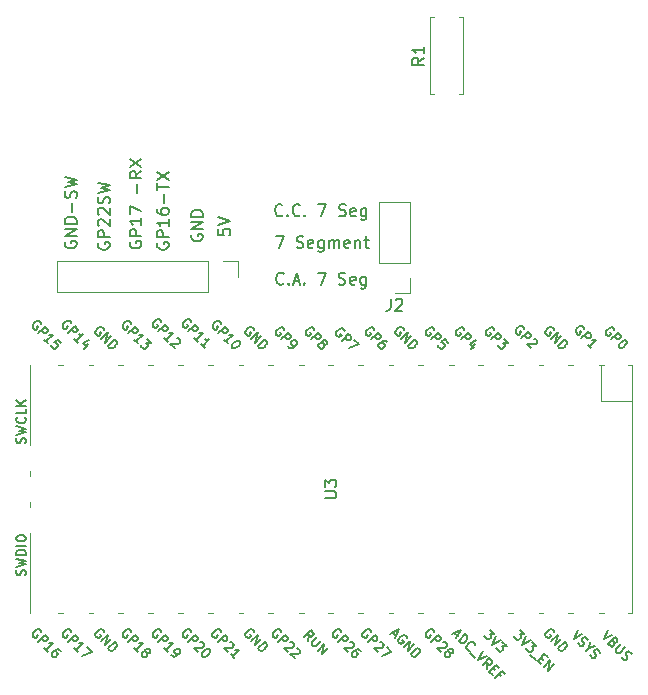
<source format=gbr>
%TF.GenerationSoftware,KiCad,Pcbnew,7.0.1*%
%TF.CreationDate,2025-03-04T19:41:26-05:00*%
%TF.ProjectId,front_panel,66726f6e-745f-4706-916e-656c2e6b6963,rev?*%
%TF.SameCoordinates,Original*%
%TF.FileFunction,Legend,Top*%
%TF.FilePolarity,Positive*%
%FSLAX46Y46*%
G04 Gerber Fmt 4.6, Leading zero omitted, Abs format (unit mm)*
G04 Created by KiCad (PCBNEW 7.0.1) date 2025-03-04 19:41:26*
%MOMM*%
%LPD*%
G01*
G04 APERTURE LIST*
%ADD10C,0.150000*%
%ADD11C,0.120000*%
G04 APERTURE END LIST*
D10*
X87609523Y-60782380D02*
X87561904Y-60830000D01*
X87561904Y-60830000D02*
X87419047Y-60877619D01*
X87419047Y-60877619D02*
X87323809Y-60877619D01*
X87323809Y-60877619D02*
X87180952Y-60830000D01*
X87180952Y-60830000D02*
X87085714Y-60734761D01*
X87085714Y-60734761D02*
X87038095Y-60639523D01*
X87038095Y-60639523D02*
X86990476Y-60449047D01*
X86990476Y-60449047D02*
X86990476Y-60306190D01*
X86990476Y-60306190D02*
X87038095Y-60115714D01*
X87038095Y-60115714D02*
X87085714Y-60020476D01*
X87085714Y-60020476D02*
X87180952Y-59925238D01*
X87180952Y-59925238D02*
X87323809Y-59877619D01*
X87323809Y-59877619D02*
X87419047Y-59877619D01*
X87419047Y-59877619D02*
X87561904Y-59925238D01*
X87561904Y-59925238D02*
X87609523Y-59972857D01*
X88038095Y-60782380D02*
X88085714Y-60830000D01*
X88085714Y-60830000D02*
X88038095Y-60877619D01*
X88038095Y-60877619D02*
X87990476Y-60830000D01*
X87990476Y-60830000D02*
X88038095Y-60782380D01*
X88038095Y-60782380D02*
X88038095Y-60877619D01*
X89085713Y-60782380D02*
X89038094Y-60830000D01*
X89038094Y-60830000D02*
X88895237Y-60877619D01*
X88895237Y-60877619D02*
X88799999Y-60877619D01*
X88799999Y-60877619D02*
X88657142Y-60830000D01*
X88657142Y-60830000D02*
X88561904Y-60734761D01*
X88561904Y-60734761D02*
X88514285Y-60639523D01*
X88514285Y-60639523D02*
X88466666Y-60449047D01*
X88466666Y-60449047D02*
X88466666Y-60306190D01*
X88466666Y-60306190D02*
X88514285Y-60115714D01*
X88514285Y-60115714D02*
X88561904Y-60020476D01*
X88561904Y-60020476D02*
X88657142Y-59925238D01*
X88657142Y-59925238D02*
X88799999Y-59877619D01*
X88799999Y-59877619D02*
X88895237Y-59877619D01*
X88895237Y-59877619D02*
X89038094Y-59925238D01*
X89038094Y-59925238D02*
X89085713Y-59972857D01*
X89514285Y-60782380D02*
X89561904Y-60830000D01*
X89561904Y-60830000D02*
X89514285Y-60877619D01*
X89514285Y-60877619D02*
X89466666Y-60830000D01*
X89466666Y-60830000D02*
X89514285Y-60782380D01*
X89514285Y-60782380D02*
X89514285Y-60877619D01*
X90657142Y-59877619D02*
X91323808Y-59877619D01*
X91323808Y-59877619D02*
X90895237Y-60877619D01*
X92419047Y-60830000D02*
X92561904Y-60877619D01*
X92561904Y-60877619D02*
X92799999Y-60877619D01*
X92799999Y-60877619D02*
X92895237Y-60830000D01*
X92895237Y-60830000D02*
X92942856Y-60782380D01*
X92942856Y-60782380D02*
X92990475Y-60687142D01*
X92990475Y-60687142D02*
X92990475Y-60591904D01*
X92990475Y-60591904D02*
X92942856Y-60496666D01*
X92942856Y-60496666D02*
X92895237Y-60449047D01*
X92895237Y-60449047D02*
X92799999Y-60401428D01*
X92799999Y-60401428D02*
X92609523Y-60353809D01*
X92609523Y-60353809D02*
X92514285Y-60306190D01*
X92514285Y-60306190D02*
X92466666Y-60258571D01*
X92466666Y-60258571D02*
X92419047Y-60163333D01*
X92419047Y-60163333D02*
X92419047Y-60068095D01*
X92419047Y-60068095D02*
X92466666Y-59972857D01*
X92466666Y-59972857D02*
X92514285Y-59925238D01*
X92514285Y-59925238D02*
X92609523Y-59877619D01*
X92609523Y-59877619D02*
X92847618Y-59877619D01*
X92847618Y-59877619D02*
X92990475Y-59925238D01*
X93799999Y-60830000D02*
X93704761Y-60877619D01*
X93704761Y-60877619D02*
X93514285Y-60877619D01*
X93514285Y-60877619D02*
X93419047Y-60830000D01*
X93419047Y-60830000D02*
X93371428Y-60734761D01*
X93371428Y-60734761D02*
X93371428Y-60353809D01*
X93371428Y-60353809D02*
X93419047Y-60258571D01*
X93419047Y-60258571D02*
X93514285Y-60210952D01*
X93514285Y-60210952D02*
X93704761Y-60210952D01*
X93704761Y-60210952D02*
X93799999Y-60258571D01*
X93799999Y-60258571D02*
X93847618Y-60353809D01*
X93847618Y-60353809D02*
X93847618Y-60449047D01*
X93847618Y-60449047D02*
X93371428Y-60544285D01*
X94704761Y-60210952D02*
X94704761Y-61020476D01*
X94704761Y-61020476D02*
X94657142Y-61115714D01*
X94657142Y-61115714D02*
X94609523Y-61163333D01*
X94609523Y-61163333D02*
X94514285Y-61210952D01*
X94514285Y-61210952D02*
X94371428Y-61210952D01*
X94371428Y-61210952D02*
X94276190Y-61163333D01*
X94704761Y-60830000D02*
X94609523Y-60877619D01*
X94609523Y-60877619D02*
X94419047Y-60877619D01*
X94419047Y-60877619D02*
X94323809Y-60830000D01*
X94323809Y-60830000D02*
X94276190Y-60782380D01*
X94276190Y-60782380D02*
X94228571Y-60687142D01*
X94228571Y-60687142D02*
X94228571Y-60401428D01*
X94228571Y-60401428D02*
X94276190Y-60306190D01*
X94276190Y-60306190D02*
X94323809Y-60258571D01*
X94323809Y-60258571D02*
X94419047Y-60210952D01*
X94419047Y-60210952D02*
X94609523Y-60210952D01*
X94609523Y-60210952D02*
X94704761Y-60258571D01*
X72025238Y-63138095D02*
X71977619Y-63233333D01*
X71977619Y-63233333D02*
X71977619Y-63376190D01*
X71977619Y-63376190D02*
X72025238Y-63519047D01*
X72025238Y-63519047D02*
X72120476Y-63614285D01*
X72120476Y-63614285D02*
X72215714Y-63661904D01*
X72215714Y-63661904D02*
X72406190Y-63709523D01*
X72406190Y-63709523D02*
X72549047Y-63709523D01*
X72549047Y-63709523D02*
X72739523Y-63661904D01*
X72739523Y-63661904D02*
X72834761Y-63614285D01*
X72834761Y-63614285D02*
X72930000Y-63519047D01*
X72930000Y-63519047D02*
X72977619Y-63376190D01*
X72977619Y-63376190D02*
X72977619Y-63280952D01*
X72977619Y-63280952D02*
X72930000Y-63138095D01*
X72930000Y-63138095D02*
X72882380Y-63090476D01*
X72882380Y-63090476D02*
X72549047Y-63090476D01*
X72549047Y-63090476D02*
X72549047Y-63280952D01*
X72977619Y-62661904D02*
X71977619Y-62661904D01*
X71977619Y-62661904D02*
X71977619Y-62280952D01*
X71977619Y-62280952D02*
X72025238Y-62185714D01*
X72025238Y-62185714D02*
X72072857Y-62138095D01*
X72072857Y-62138095D02*
X72168095Y-62090476D01*
X72168095Y-62090476D02*
X72310952Y-62090476D01*
X72310952Y-62090476D02*
X72406190Y-62138095D01*
X72406190Y-62138095D02*
X72453809Y-62185714D01*
X72453809Y-62185714D02*
X72501428Y-62280952D01*
X72501428Y-62280952D02*
X72501428Y-62661904D01*
X72072857Y-61709523D02*
X72025238Y-61661904D01*
X72025238Y-61661904D02*
X71977619Y-61566666D01*
X71977619Y-61566666D02*
X71977619Y-61328571D01*
X71977619Y-61328571D02*
X72025238Y-61233333D01*
X72025238Y-61233333D02*
X72072857Y-61185714D01*
X72072857Y-61185714D02*
X72168095Y-61138095D01*
X72168095Y-61138095D02*
X72263333Y-61138095D01*
X72263333Y-61138095D02*
X72406190Y-61185714D01*
X72406190Y-61185714D02*
X72977619Y-61757142D01*
X72977619Y-61757142D02*
X72977619Y-61138095D01*
X72072857Y-60757142D02*
X72025238Y-60709523D01*
X72025238Y-60709523D02*
X71977619Y-60614285D01*
X71977619Y-60614285D02*
X71977619Y-60376190D01*
X71977619Y-60376190D02*
X72025238Y-60280952D01*
X72025238Y-60280952D02*
X72072857Y-60233333D01*
X72072857Y-60233333D02*
X72168095Y-60185714D01*
X72168095Y-60185714D02*
X72263333Y-60185714D01*
X72263333Y-60185714D02*
X72406190Y-60233333D01*
X72406190Y-60233333D02*
X72977619Y-60804761D01*
X72977619Y-60804761D02*
X72977619Y-60185714D01*
X72930000Y-59804761D02*
X72977619Y-59661904D01*
X72977619Y-59661904D02*
X72977619Y-59423809D01*
X72977619Y-59423809D02*
X72930000Y-59328571D01*
X72930000Y-59328571D02*
X72882380Y-59280952D01*
X72882380Y-59280952D02*
X72787142Y-59233333D01*
X72787142Y-59233333D02*
X72691904Y-59233333D01*
X72691904Y-59233333D02*
X72596666Y-59280952D01*
X72596666Y-59280952D02*
X72549047Y-59328571D01*
X72549047Y-59328571D02*
X72501428Y-59423809D01*
X72501428Y-59423809D02*
X72453809Y-59614285D01*
X72453809Y-59614285D02*
X72406190Y-59709523D01*
X72406190Y-59709523D02*
X72358571Y-59757142D01*
X72358571Y-59757142D02*
X72263333Y-59804761D01*
X72263333Y-59804761D02*
X72168095Y-59804761D01*
X72168095Y-59804761D02*
X72072857Y-59757142D01*
X72072857Y-59757142D02*
X72025238Y-59709523D01*
X72025238Y-59709523D02*
X71977619Y-59614285D01*
X71977619Y-59614285D02*
X71977619Y-59376190D01*
X71977619Y-59376190D02*
X72025238Y-59233333D01*
X71977619Y-58899999D02*
X72977619Y-58661904D01*
X72977619Y-58661904D02*
X72263333Y-58471428D01*
X72263333Y-58471428D02*
X72977619Y-58280952D01*
X72977619Y-58280952D02*
X71977619Y-58042857D01*
X74725238Y-63038095D02*
X74677619Y-63133333D01*
X74677619Y-63133333D02*
X74677619Y-63276190D01*
X74677619Y-63276190D02*
X74725238Y-63419047D01*
X74725238Y-63419047D02*
X74820476Y-63514285D01*
X74820476Y-63514285D02*
X74915714Y-63561904D01*
X74915714Y-63561904D02*
X75106190Y-63609523D01*
X75106190Y-63609523D02*
X75249047Y-63609523D01*
X75249047Y-63609523D02*
X75439523Y-63561904D01*
X75439523Y-63561904D02*
X75534761Y-63514285D01*
X75534761Y-63514285D02*
X75630000Y-63419047D01*
X75630000Y-63419047D02*
X75677619Y-63276190D01*
X75677619Y-63276190D02*
X75677619Y-63180952D01*
X75677619Y-63180952D02*
X75630000Y-63038095D01*
X75630000Y-63038095D02*
X75582380Y-62990476D01*
X75582380Y-62990476D02*
X75249047Y-62990476D01*
X75249047Y-62990476D02*
X75249047Y-63180952D01*
X75677619Y-62561904D02*
X74677619Y-62561904D01*
X74677619Y-62561904D02*
X74677619Y-62180952D01*
X74677619Y-62180952D02*
X74725238Y-62085714D01*
X74725238Y-62085714D02*
X74772857Y-62038095D01*
X74772857Y-62038095D02*
X74868095Y-61990476D01*
X74868095Y-61990476D02*
X75010952Y-61990476D01*
X75010952Y-61990476D02*
X75106190Y-62038095D01*
X75106190Y-62038095D02*
X75153809Y-62085714D01*
X75153809Y-62085714D02*
X75201428Y-62180952D01*
X75201428Y-62180952D02*
X75201428Y-62561904D01*
X75677619Y-61038095D02*
X75677619Y-61609523D01*
X75677619Y-61323809D02*
X74677619Y-61323809D01*
X74677619Y-61323809D02*
X74820476Y-61419047D01*
X74820476Y-61419047D02*
X74915714Y-61514285D01*
X74915714Y-61514285D02*
X74963333Y-61609523D01*
X74677619Y-60704761D02*
X74677619Y-60038095D01*
X74677619Y-60038095D02*
X75677619Y-60466666D01*
X75296666Y-58895237D02*
X75296666Y-58133333D01*
X75677619Y-57085714D02*
X75201428Y-57419047D01*
X75677619Y-57657142D02*
X74677619Y-57657142D01*
X74677619Y-57657142D02*
X74677619Y-57276190D01*
X74677619Y-57276190D02*
X74725238Y-57180952D01*
X74725238Y-57180952D02*
X74772857Y-57133333D01*
X74772857Y-57133333D02*
X74868095Y-57085714D01*
X74868095Y-57085714D02*
X75010952Y-57085714D01*
X75010952Y-57085714D02*
X75106190Y-57133333D01*
X75106190Y-57133333D02*
X75153809Y-57180952D01*
X75153809Y-57180952D02*
X75201428Y-57276190D01*
X75201428Y-57276190D02*
X75201428Y-57657142D01*
X74677619Y-56752380D02*
X75677619Y-56085714D01*
X74677619Y-56085714D02*
X75677619Y-56752380D01*
X69225238Y-63038095D02*
X69177619Y-63133333D01*
X69177619Y-63133333D02*
X69177619Y-63276190D01*
X69177619Y-63276190D02*
X69225238Y-63419047D01*
X69225238Y-63419047D02*
X69320476Y-63514285D01*
X69320476Y-63514285D02*
X69415714Y-63561904D01*
X69415714Y-63561904D02*
X69606190Y-63609523D01*
X69606190Y-63609523D02*
X69749047Y-63609523D01*
X69749047Y-63609523D02*
X69939523Y-63561904D01*
X69939523Y-63561904D02*
X70034761Y-63514285D01*
X70034761Y-63514285D02*
X70130000Y-63419047D01*
X70130000Y-63419047D02*
X70177619Y-63276190D01*
X70177619Y-63276190D02*
X70177619Y-63180952D01*
X70177619Y-63180952D02*
X70130000Y-63038095D01*
X70130000Y-63038095D02*
X70082380Y-62990476D01*
X70082380Y-62990476D02*
X69749047Y-62990476D01*
X69749047Y-62990476D02*
X69749047Y-63180952D01*
X70177619Y-62561904D02*
X69177619Y-62561904D01*
X69177619Y-62561904D02*
X70177619Y-61990476D01*
X70177619Y-61990476D02*
X69177619Y-61990476D01*
X70177619Y-61514285D02*
X69177619Y-61514285D01*
X69177619Y-61514285D02*
X69177619Y-61276190D01*
X69177619Y-61276190D02*
X69225238Y-61133333D01*
X69225238Y-61133333D02*
X69320476Y-61038095D01*
X69320476Y-61038095D02*
X69415714Y-60990476D01*
X69415714Y-60990476D02*
X69606190Y-60942857D01*
X69606190Y-60942857D02*
X69749047Y-60942857D01*
X69749047Y-60942857D02*
X69939523Y-60990476D01*
X69939523Y-60990476D02*
X70034761Y-61038095D01*
X70034761Y-61038095D02*
X70130000Y-61133333D01*
X70130000Y-61133333D02*
X70177619Y-61276190D01*
X70177619Y-61276190D02*
X70177619Y-61514285D01*
X69796666Y-60514285D02*
X69796666Y-59752381D01*
X70130000Y-59323809D02*
X70177619Y-59180952D01*
X70177619Y-59180952D02*
X70177619Y-58942857D01*
X70177619Y-58942857D02*
X70130000Y-58847619D01*
X70130000Y-58847619D02*
X70082380Y-58800000D01*
X70082380Y-58800000D02*
X69987142Y-58752381D01*
X69987142Y-58752381D02*
X69891904Y-58752381D01*
X69891904Y-58752381D02*
X69796666Y-58800000D01*
X69796666Y-58800000D02*
X69749047Y-58847619D01*
X69749047Y-58847619D02*
X69701428Y-58942857D01*
X69701428Y-58942857D02*
X69653809Y-59133333D01*
X69653809Y-59133333D02*
X69606190Y-59228571D01*
X69606190Y-59228571D02*
X69558571Y-59276190D01*
X69558571Y-59276190D02*
X69463333Y-59323809D01*
X69463333Y-59323809D02*
X69368095Y-59323809D01*
X69368095Y-59323809D02*
X69272857Y-59276190D01*
X69272857Y-59276190D02*
X69225238Y-59228571D01*
X69225238Y-59228571D02*
X69177619Y-59133333D01*
X69177619Y-59133333D02*
X69177619Y-58895238D01*
X69177619Y-58895238D02*
X69225238Y-58752381D01*
X69177619Y-58419047D02*
X70177619Y-58180952D01*
X70177619Y-58180952D02*
X69463333Y-57990476D01*
X69463333Y-57990476D02*
X70177619Y-57800000D01*
X70177619Y-57800000D02*
X69177619Y-57561905D01*
X79925238Y-62438095D02*
X79877619Y-62533333D01*
X79877619Y-62533333D02*
X79877619Y-62676190D01*
X79877619Y-62676190D02*
X79925238Y-62819047D01*
X79925238Y-62819047D02*
X80020476Y-62914285D01*
X80020476Y-62914285D02*
X80115714Y-62961904D01*
X80115714Y-62961904D02*
X80306190Y-63009523D01*
X80306190Y-63009523D02*
X80449047Y-63009523D01*
X80449047Y-63009523D02*
X80639523Y-62961904D01*
X80639523Y-62961904D02*
X80734761Y-62914285D01*
X80734761Y-62914285D02*
X80830000Y-62819047D01*
X80830000Y-62819047D02*
X80877619Y-62676190D01*
X80877619Y-62676190D02*
X80877619Y-62580952D01*
X80877619Y-62580952D02*
X80830000Y-62438095D01*
X80830000Y-62438095D02*
X80782380Y-62390476D01*
X80782380Y-62390476D02*
X80449047Y-62390476D01*
X80449047Y-62390476D02*
X80449047Y-62580952D01*
X80877619Y-61961904D02*
X79877619Y-61961904D01*
X79877619Y-61961904D02*
X80877619Y-61390476D01*
X80877619Y-61390476D02*
X79877619Y-61390476D01*
X80877619Y-60914285D02*
X79877619Y-60914285D01*
X79877619Y-60914285D02*
X79877619Y-60676190D01*
X79877619Y-60676190D02*
X79925238Y-60533333D01*
X79925238Y-60533333D02*
X80020476Y-60438095D01*
X80020476Y-60438095D02*
X80115714Y-60390476D01*
X80115714Y-60390476D02*
X80306190Y-60342857D01*
X80306190Y-60342857D02*
X80449047Y-60342857D01*
X80449047Y-60342857D02*
X80639523Y-60390476D01*
X80639523Y-60390476D02*
X80734761Y-60438095D01*
X80734761Y-60438095D02*
X80830000Y-60533333D01*
X80830000Y-60533333D02*
X80877619Y-60676190D01*
X80877619Y-60676190D02*
X80877619Y-60914285D01*
X77025238Y-63138095D02*
X76977619Y-63233333D01*
X76977619Y-63233333D02*
X76977619Y-63376190D01*
X76977619Y-63376190D02*
X77025238Y-63519047D01*
X77025238Y-63519047D02*
X77120476Y-63614285D01*
X77120476Y-63614285D02*
X77215714Y-63661904D01*
X77215714Y-63661904D02*
X77406190Y-63709523D01*
X77406190Y-63709523D02*
X77549047Y-63709523D01*
X77549047Y-63709523D02*
X77739523Y-63661904D01*
X77739523Y-63661904D02*
X77834761Y-63614285D01*
X77834761Y-63614285D02*
X77930000Y-63519047D01*
X77930000Y-63519047D02*
X77977619Y-63376190D01*
X77977619Y-63376190D02*
X77977619Y-63280952D01*
X77977619Y-63280952D02*
X77930000Y-63138095D01*
X77930000Y-63138095D02*
X77882380Y-63090476D01*
X77882380Y-63090476D02*
X77549047Y-63090476D01*
X77549047Y-63090476D02*
X77549047Y-63280952D01*
X77977619Y-62661904D02*
X76977619Y-62661904D01*
X76977619Y-62661904D02*
X76977619Y-62280952D01*
X76977619Y-62280952D02*
X77025238Y-62185714D01*
X77025238Y-62185714D02*
X77072857Y-62138095D01*
X77072857Y-62138095D02*
X77168095Y-62090476D01*
X77168095Y-62090476D02*
X77310952Y-62090476D01*
X77310952Y-62090476D02*
X77406190Y-62138095D01*
X77406190Y-62138095D02*
X77453809Y-62185714D01*
X77453809Y-62185714D02*
X77501428Y-62280952D01*
X77501428Y-62280952D02*
X77501428Y-62661904D01*
X77977619Y-61138095D02*
X77977619Y-61709523D01*
X77977619Y-61423809D02*
X76977619Y-61423809D01*
X76977619Y-61423809D02*
X77120476Y-61519047D01*
X77120476Y-61519047D02*
X77215714Y-61614285D01*
X77215714Y-61614285D02*
X77263333Y-61709523D01*
X76977619Y-60280952D02*
X76977619Y-60471428D01*
X76977619Y-60471428D02*
X77025238Y-60566666D01*
X77025238Y-60566666D02*
X77072857Y-60614285D01*
X77072857Y-60614285D02*
X77215714Y-60709523D01*
X77215714Y-60709523D02*
X77406190Y-60757142D01*
X77406190Y-60757142D02*
X77787142Y-60757142D01*
X77787142Y-60757142D02*
X77882380Y-60709523D01*
X77882380Y-60709523D02*
X77930000Y-60661904D01*
X77930000Y-60661904D02*
X77977619Y-60566666D01*
X77977619Y-60566666D02*
X77977619Y-60376190D01*
X77977619Y-60376190D02*
X77930000Y-60280952D01*
X77930000Y-60280952D02*
X77882380Y-60233333D01*
X77882380Y-60233333D02*
X77787142Y-60185714D01*
X77787142Y-60185714D02*
X77549047Y-60185714D01*
X77549047Y-60185714D02*
X77453809Y-60233333D01*
X77453809Y-60233333D02*
X77406190Y-60280952D01*
X77406190Y-60280952D02*
X77358571Y-60376190D01*
X77358571Y-60376190D02*
X77358571Y-60566666D01*
X77358571Y-60566666D02*
X77406190Y-60661904D01*
X77406190Y-60661904D02*
X77453809Y-60709523D01*
X77453809Y-60709523D02*
X77549047Y-60757142D01*
X77596666Y-59757142D02*
X77596666Y-58995238D01*
X76977619Y-58661904D02*
X76977619Y-58090476D01*
X77977619Y-58376190D02*
X76977619Y-58376190D01*
X76977619Y-57852380D02*
X77977619Y-57185714D01*
X76977619Y-57185714D02*
X77977619Y-57852380D01*
X87042857Y-62577619D02*
X87709523Y-62577619D01*
X87709523Y-62577619D02*
X87280952Y-63577619D01*
X88804762Y-63530000D02*
X88947619Y-63577619D01*
X88947619Y-63577619D02*
X89185714Y-63577619D01*
X89185714Y-63577619D02*
X89280952Y-63530000D01*
X89280952Y-63530000D02*
X89328571Y-63482380D01*
X89328571Y-63482380D02*
X89376190Y-63387142D01*
X89376190Y-63387142D02*
X89376190Y-63291904D01*
X89376190Y-63291904D02*
X89328571Y-63196666D01*
X89328571Y-63196666D02*
X89280952Y-63149047D01*
X89280952Y-63149047D02*
X89185714Y-63101428D01*
X89185714Y-63101428D02*
X88995238Y-63053809D01*
X88995238Y-63053809D02*
X88900000Y-63006190D01*
X88900000Y-63006190D02*
X88852381Y-62958571D01*
X88852381Y-62958571D02*
X88804762Y-62863333D01*
X88804762Y-62863333D02*
X88804762Y-62768095D01*
X88804762Y-62768095D02*
X88852381Y-62672857D01*
X88852381Y-62672857D02*
X88900000Y-62625238D01*
X88900000Y-62625238D02*
X88995238Y-62577619D01*
X88995238Y-62577619D02*
X89233333Y-62577619D01*
X89233333Y-62577619D02*
X89376190Y-62625238D01*
X90185714Y-63530000D02*
X90090476Y-63577619D01*
X90090476Y-63577619D02*
X89900000Y-63577619D01*
X89900000Y-63577619D02*
X89804762Y-63530000D01*
X89804762Y-63530000D02*
X89757143Y-63434761D01*
X89757143Y-63434761D02*
X89757143Y-63053809D01*
X89757143Y-63053809D02*
X89804762Y-62958571D01*
X89804762Y-62958571D02*
X89900000Y-62910952D01*
X89900000Y-62910952D02*
X90090476Y-62910952D01*
X90090476Y-62910952D02*
X90185714Y-62958571D01*
X90185714Y-62958571D02*
X90233333Y-63053809D01*
X90233333Y-63053809D02*
X90233333Y-63149047D01*
X90233333Y-63149047D02*
X89757143Y-63244285D01*
X91090476Y-62910952D02*
X91090476Y-63720476D01*
X91090476Y-63720476D02*
X91042857Y-63815714D01*
X91042857Y-63815714D02*
X90995238Y-63863333D01*
X90995238Y-63863333D02*
X90900000Y-63910952D01*
X90900000Y-63910952D02*
X90757143Y-63910952D01*
X90757143Y-63910952D02*
X90661905Y-63863333D01*
X91090476Y-63530000D02*
X90995238Y-63577619D01*
X90995238Y-63577619D02*
X90804762Y-63577619D01*
X90804762Y-63577619D02*
X90709524Y-63530000D01*
X90709524Y-63530000D02*
X90661905Y-63482380D01*
X90661905Y-63482380D02*
X90614286Y-63387142D01*
X90614286Y-63387142D02*
X90614286Y-63101428D01*
X90614286Y-63101428D02*
X90661905Y-63006190D01*
X90661905Y-63006190D02*
X90709524Y-62958571D01*
X90709524Y-62958571D02*
X90804762Y-62910952D01*
X90804762Y-62910952D02*
X90995238Y-62910952D01*
X90995238Y-62910952D02*
X91090476Y-62958571D01*
X91566667Y-63577619D02*
X91566667Y-62910952D01*
X91566667Y-63006190D02*
X91614286Y-62958571D01*
X91614286Y-62958571D02*
X91709524Y-62910952D01*
X91709524Y-62910952D02*
X91852381Y-62910952D01*
X91852381Y-62910952D02*
X91947619Y-62958571D01*
X91947619Y-62958571D02*
X91995238Y-63053809D01*
X91995238Y-63053809D02*
X91995238Y-63577619D01*
X91995238Y-63053809D02*
X92042857Y-62958571D01*
X92042857Y-62958571D02*
X92138095Y-62910952D01*
X92138095Y-62910952D02*
X92280952Y-62910952D01*
X92280952Y-62910952D02*
X92376191Y-62958571D01*
X92376191Y-62958571D02*
X92423810Y-63053809D01*
X92423810Y-63053809D02*
X92423810Y-63577619D01*
X93280952Y-63530000D02*
X93185714Y-63577619D01*
X93185714Y-63577619D02*
X92995238Y-63577619D01*
X92995238Y-63577619D02*
X92900000Y-63530000D01*
X92900000Y-63530000D02*
X92852381Y-63434761D01*
X92852381Y-63434761D02*
X92852381Y-63053809D01*
X92852381Y-63053809D02*
X92900000Y-62958571D01*
X92900000Y-62958571D02*
X92995238Y-62910952D01*
X92995238Y-62910952D02*
X93185714Y-62910952D01*
X93185714Y-62910952D02*
X93280952Y-62958571D01*
X93280952Y-62958571D02*
X93328571Y-63053809D01*
X93328571Y-63053809D02*
X93328571Y-63149047D01*
X93328571Y-63149047D02*
X92852381Y-63244285D01*
X93757143Y-62910952D02*
X93757143Y-63577619D01*
X93757143Y-63006190D02*
X93804762Y-62958571D01*
X93804762Y-62958571D02*
X93900000Y-62910952D01*
X93900000Y-62910952D02*
X94042857Y-62910952D01*
X94042857Y-62910952D02*
X94138095Y-62958571D01*
X94138095Y-62958571D02*
X94185714Y-63053809D01*
X94185714Y-63053809D02*
X94185714Y-63577619D01*
X94519048Y-62910952D02*
X94900000Y-62910952D01*
X94661905Y-62577619D02*
X94661905Y-63434761D01*
X94661905Y-63434761D02*
X94709524Y-63530000D01*
X94709524Y-63530000D02*
X94804762Y-63577619D01*
X94804762Y-63577619D02*
X94900000Y-63577619D01*
X87709523Y-66582380D02*
X87661904Y-66630000D01*
X87661904Y-66630000D02*
X87519047Y-66677619D01*
X87519047Y-66677619D02*
X87423809Y-66677619D01*
X87423809Y-66677619D02*
X87280952Y-66630000D01*
X87280952Y-66630000D02*
X87185714Y-66534761D01*
X87185714Y-66534761D02*
X87138095Y-66439523D01*
X87138095Y-66439523D02*
X87090476Y-66249047D01*
X87090476Y-66249047D02*
X87090476Y-66106190D01*
X87090476Y-66106190D02*
X87138095Y-65915714D01*
X87138095Y-65915714D02*
X87185714Y-65820476D01*
X87185714Y-65820476D02*
X87280952Y-65725238D01*
X87280952Y-65725238D02*
X87423809Y-65677619D01*
X87423809Y-65677619D02*
X87519047Y-65677619D01*
X87519047Y-65677619D02*
X87661904Y-65725238D01*
X87661904Y-65725238D02*
X87709523Y-65772857D01*
X88138095Y-66582380D02*
X88185714Y-66630000D01*
X88185714Y-66630000D02*
X88138095Y-66677619D01*
X88138095Y-66677619D02*
X88090476Y-66630000D01*
X88090476Y-66630000D02*
X88138095Y-66582380D01*
X88138095Y-66582380D02*
X88138095Y-66677619D01*
X88566666Y-66391904D02*
X89042856Y-66391904D01*
X88471428Y-66677619D02*
X88804761Y-65677619D01*
X88804761Y-65677619D02*
X89138094Y-66677619D01*
X89471428Y-66582380D02*
X89519047Y-66630000D01*
X89519047Y-66630000D02*
X89471428Y-66677619D01*
X89471428Y-66677619D02*
X89423809Y-66630000D01*
X89423809Y-66630000D02*
X89471428Y-66582380D01*
X89471428Y-66582380D02*
X89471428Y-66677619D01*
X90614285Y-65677619D02*
X91280951Y-65677619D01*
X91280951Y-65677619D02*
X90852380Y-66677619D01*
X92376190Y-66630000D02*
X92519047Y-66677619D01*
X92519047Y-66677619D02*
X92757142Y-66677619D01*
X92757142Y-66677619D02*
X92852380Y-66630000D01*
X92852380Y-66630000D02*
X92899999Y-66582380D01*
X92899999Y-66582380D02*
X92947618Y-66487142D01*
X92947618Y-66487142D02*
X92947618Y-66391904D01*
X92947618Y-66391904D02*
X92899999Y-66296666D01*
X92899999Y-66296666D02*
X92852380Y-66249047D01*
X92852380Y-66249047D02*
X92757142Y-66201428D01*
X92757142Y-66201428D02*
X92566666Y-66153809D01*
X92566666Y-66153809D02*
X92471428Y-66106190D01*
X92471428Y-66106190D02*
X92423809Y-66058571D01*
X92423809Y-66058571D02*
X92376190Y-65963333D01*
X92376190Y-65963333D02*
X92376190Y-65868095D01*
X92376190Y-65868095D02*
X92423809Y-65772857D01*
X92423809Y-65772857D02*
X92471428Y-65725238D01*
X92471428Y-65725238D02*
X92566666Y-65677619D01*
X92566666Y-65677619D02*
X92804761Y-65677619D01*
X92804761Y-65677619D02*
X92947618Y-65725238D01*
X93757142Y-66630000D02*
X93661904Y-66677619D01*
X93661904Y-66677619D02*
X93471428Y-66677619D01*
X93471428Y-66677619D02*
X93376190Y-66630000D01*
X93376190Y-66630000D02*
X93328571Y-66534761D01*
X93328571Y-66534761D02*
X93328571Y-66153809D01*
X93328571Y-66153809D02*
X93376190Y-66058571D01*
X93376190Y-66058571D02*
X93471428Y-66010952D01*
X93471428Y-66010952D02*
X93661904Y-66010952D01*
X93661904Y-66010952D02*
X93757142Y-66058571D01*
X93757142Y-66058571D02*
X93804761Y-66153809D01*
X93804761Y-66153809D02*
X93804761Y-66249047D01*
X93804761Y-66249047D02*
X93328571Y-66344285D01*
X94661904Y-66010952D02*
X94661904Y-66820476D01*
X94661904Y-66820476D02*
X94614285Y-66915714D01*
X94614285Y-66915714D02*
X94566666Y-66963333D01*
X94566666Y-66963333D02*
X94471428Y-67010952D01*
X94471428Y-67010952D02*
X94328571Y-67010952D01*
X94328571Y-67010952D02*
X94233333Y-66963333D01*
X94661904Y-66630000D02*
X94566666Y-66677619D01*
X94566666Y-66677619D02*
X94376190Y-66677619D01*
X94376190Y-66677619D02*
X94280952Y-66630000D01*
X94280952Y-66630000D02*
X94233333Y-66582380D01*
X94233333Y-66582380D02*
X94185714Y-66487142D01*
X94185714Y-66487142D02*
X94185714Y-66201428D01*
X94185714Y-66201428D02*
X94233333Y-66106190D01*
X94233333Y-66106190D02*
X94280952Y-66058571D01*
X94280952Y-66058571D02*
X94376190Y-66010952D01*
X94376190Y-66010952D02*
X94566666Y-66010952D01*
X94566666Y-66010952D02*
X94661904Y-66058571D01*
X82177619Y-61985714D02*
X82177619Y-62461904D01*
X82177619Y-62461904D02*
X82653809Y-62509523D01*
X82653809Y-62509523D02*
X82606190Y-62461904D01*
X82606190Y-62461904D02*
X82558571Y-62366666D01*
X82558571Y-62366666D02*
X82558571Y-62128571D01*
X82558571Y-62128571D02*
X82606190Y-62033333D01*
X82606190Y-62033333D02*
X82653809Y-61985714D01*
X82653809Y-61985714D02*
X82749047Y-61938095D01*
X82749047Y-61938095D02*
X82987142Y-61938095D01*
X82987142Y-61938095D02*
X83082380Y-61985714D01*
X83082380Y-61985714D02*
X83130000Y-62033333D01*
X83130000Y-62033333D02*
X83177619Y-62128571D01*
X83177619Y-62128571D02*
X83177619Y-62366666D01*
X83177619Y-62366666D02*
X83130000Y-62461904D01*
X83130000Y-62461904D02*
X83082380Y-62509523D01*
X82177619Y-61652380D02*
X83177619Y-61319047D01*
X83177619Y-61319047D02*
X82177619Y-60985714D01*
%TO.C,U3*%
X91172619Y-84751904D02*
X91982142Y-84751904D01*
X91982142Y-84751904D02*
X92077380Y-84704285D01*
X92077380Y-84704285D02*
X92125000Y-84656666D01*
X92125000Y-84656666D02*
X92172619Y-84561428D01*
X92172619Y-84561428D02*
X92172619Y-84370952D01*
X92172619Y-84370952D02*
X92125000Y-84275714D01*
X92125000Y-84275714D02*
X92077380Y-84228095D01*
X92077380Y-84228095D02*
X91982142Y-84180476D01*
X91982142Y-84180476D02*
X91172619Y-84180476D01*
X91172619Y-83799523D02*
X91172619Y-83180476D01*
X91172619Y-83180476D02*
X91553571Y-83513809D01*
X91553571Y-83513809D02*
X91553571Y-83370952D01*
X91553571Y-83370952D02*
X91601190Y-83275714D01*
X91601190Y-83275714D02*
X91648809Y-83228095D01*
X91648809Y-83228095D02*
X91744047Y-83180476D01*
X91744047Y-83180476D02*
X91982142Y-83180476D01*
X91982142Y-83180476D02*
X92077380Y-83228095D01*
X92077380Y-83228095D02*
X92125000Y-83275714D01*
X92125000Y-83275714D02*
X92172619Y-83370952D01*
X92172619Y-83370952D02*
X92172619Y-83656666D01*
X92172619Y-83656666D02*
X92125000Y-83751904D01*
X92125000Y-83751904D02*
X92077380Y-83799523D01*
X107745900Y-95917923D02*
X108096086Y-96268109D01*
X108096086Y-96268109D02*
X107692025Y-96295046D01*
X107692025Y-96295046D02*
X107772837Y-96375859D01*
X107772837Y-96375859D02*
X107799775Y-96456671D01*
X107799775Y-96456671D02*
X107799775Y-96510546D01*
X107799775Y-96510546D02*
X107772837Y-96591358D01*
X107772837Y-96591358D02*
X107638150Y-96726045D01*
X107638150Y-96726045D02*
X107557338Y-96752982D01*
X107557338Y-96752982D02*
X107503463Y-96752982D01*
X107503463Y-96752982D02*
X107422651Y-96726045D01*
X107422651Y-96726045D02*
X107261027Y-96564420D01*
X107261027Y-96564420D02*
X107234089Y-96483608D01*
X107234089Y-96483608D02*
X107234089Y-96429733D01*
X108257711Y-96429733D02*
X107880587Y-97183981D01*
X107880587Y-97183981D02*
X108634834Y-96806857D01*
X108769521Y-96941544D02*
X109119707Y-97291730D01*
X109119707Y-97291730D02*
X108715646Y-97318668D01*
X108715646Y-97318668D02*
X108796458Y-97399480D01*
X108796458Y-97399480D02*
X108823396Y-97480292D01*
X108823396Y-97480292D02*
X108823396Y-97534167D01*
X108823396Y-97534167D02*
X108796458Y-97614979D01*
X108796458Y-97614979D02*
X108661771Y-97749666D01*
X108661771Y-97749666D02*
X108580959Y-97776603D01*
X108580959Y-97776603D02*
X108527084Y-97776603D01*
X108527084Y-97776603D02*
X108446272Y-97749666D01*
X108446272Y-97749666D02*
X108284648Y-97588042D01*
X108284648Y-97588042D02*
X108257710Y-97507229D01*
X108257710Y-97507229D02*
X108257710Y-97453355D01*
X108607897Y-98019040D02*
X109038895Y-98450039D01*
X109523769Y-98234539D02*
X109712330Y-98423101D01*
X109496831Y-98800225D02*
X109227457Y-98530851D01*
X109227457Y-98530851D02*
X109793143Y-97965165D01*
X109793143Y-97965165D02*
X110062517Y-98234539D01*
X109739268Y-99042662D02*
X110304954Y-98476976D01*
X110304954Y-98476976D02*
X110062517Y-99365911D01*
X110062517Y-99365911D02*
X110628202Y-98800225D01*
X100457615Y-96093513D02*
X100430678Y-96012701D01*
X100430678Y-96012701D02*
X100349866Y-95931889D01*
X100349866Y-95931889D02*
X100242116Y-95878014D01*
X100242116Y-95878014D02*
X100134367Y-95878014D01*
X100134367Y-95878014D02*
X100053554Y-95904951D01*
X100053554Y-95904951D02*
X99918867Y-95985764D01*
X99918867Y-95985764D02*
X99838055Y-96066576D01*
X99838055Y-96066576D02*
X99757243Y-96201263D01*
X99757243Y-96201263D02*
X99730306Y-96282075D01*
X99730306Y-96282075D02*
X99730306Y-96389825D01*
X99730306Y-96389825D02*
X99784180Y-96497574D01*
X99784180Y-96497574D02*
X99838055Y-96551449D01*
X99838055Y-96551449D02*
X99945805Y-96605324D01*
X99945805Y-96605324D02*
X99999680Y-96605324D01*
X99999680Y-96605324D02*
X100188241Y-96416762D01*
X100188241Y-96416762D02*
X100080492Y-96309012D01*
X100188241Y-96901635D02*
X100753927Y-96335950D01*
X100753927Y-96335950D02*
X100969426Y-96551449D01*
X100969426Y-96551449D02*
X100996363Y-96632261D01*
X100996363Y-96632261D02*
X100996363Y-96686136D01*
X100996363Y-96686136D02*
X100969426Y-96766948D01*
X100969426Y-96766948D02*
X100888614Y-96847760D01*
X100888614Y-96847760D02*
X100807802Y-96874698D01*
X100807802Y-96874698D02*
X100753927Y-96874698D01*
X100753927Y-96874698D02*
X100673115Y-96847760D01*
X100673115Y-96847760D02*
X100457615Y-96632261D01*
X101238800Y-96928573D02*
X101292675Y-96928573D01*
X101292675Y-96928573D02*
X101373487Y-96955510D01*
X101373487Y-96955510D02*
X101508174Y-97090197D01*
X101508174Y-97090197D02*
X101535112Y-97171009D01*
X101535112Y-97171009D02*
X101535112Y-97224884D01*
X101535112Y-97224884D02*
X101508174Y-97305696D01*
X101508174Y-97305696D02*
X101454299Y-97359571D01*
X101454299Y-97359571D02*
X101346550Y-97413446D01*
X101346550Y-97413446D02*
X100700052Y-97413446D01*
X100700052Y-97413446D02*
X101050238Y-97763632D01*
X101696736Y-97763632D02*
X101669799Y-97682820D01*
X101669799Y-97682820D02*
X101669799Y-97628945D01*
X101669799Y-97628945D02*
X101696736Y-97548133D01*
X101696736Y-97548133D02*
X101723673Y-97521196D01*
X101723673Y-97521196D02*
X101804486Y-97494258D01*
X101804486Y-97494258D02*
X101858361Y-97494258D01*
X101858361Y-97494258D02*
X101939173Y-97521196D01*
X101939173Y-97521196D02*
X102046922Y-97628945D01*
X102046922Y-97628945D02*
X102073860Y-97709757D01*
X102073860Y-97709757D02*
X102073860Y-97763632D01*
X102073860Y-97763632D02*
X102046922Y-97844444D01*
X102046922Y-97844444D02*
X102019985Y-97871382D01*
X102019985Y-97871382D02*
X101939173Y-97898319D01*
X101939173Y-97898319D02*
X101885298Y-97898319D01*
X101885298Y-97898319D02*
X101804486Y-97871382D01*
X101804486Y-97871382D02*
X101696736Y-97763632D01*
X101696736Y-97763632D02*
X101615924Y-97736695D01*
X101615924Y-97736695D02*
X101562049Y-97736695D01*
X101562049Y-97736695D02*
X101481237Y-97763632D01*
X101481237Y-97763632D02*
X101373487Y-97871382D01*
X101373487Y-97871382D02*
X101346550Y-97952194D01*
X101346550Y-97952194D02*
X101346550Y-98006069D01*
X101346550Y-98006069D02*
X101373487Y-98086881D01*
X101373487Y-98086881D02*
X101481237Y-98194631D01*
X101481237Y-98194631D02*
X101562049Y-98221568D01*
X101562049Y-98221568D02*
X101615924Y-98221568D01*
X101615924Y-98221568D02*
X101696736Y-98194631D01*
X101696736Y-98194631D02*
X101804486Y-98086881D01*
X101804486Y-98086881D02*
X101831423Y-98006069D01*
X101831423Y-98006069D02*
X101831423Y-97952194D01*
X101831423Y-97952194D02*
X101804486Y-97871382D01*
X79883615Y-96093513D02*
X79856678Y-96012701D01*
X79856678Y-96012701D02*
X79775866Y-95931889D01*
X79775866Y-95931889D02*
X79668116Y-95878014D01*
X79668116Y-95878014D02*
X79560367Y-95878014D01*
X79560367Y-95878014D02*
X79479554Y-95904951D01*
X79479554Y-95904951D02*
X79344867Y-95985764D01*
X79344867Y-95985764D02*
X79264055Y-96066576D01*
X79264055Y-96066576D02*
X79183243Y-96201263D01*
X79183243Y-96201263D02*
X79156306Y-96282075D01*
X79156306Y-96282075D02*
X79156306Y-96389825D01*
X79156306Y-96389825D02*
X79210180Y-96497574D01*
X79210180Y-96497574D02*
X79264055Y-96551449D01*
X79264055Y-96551449D02*
X79371805Y-96605324D01*
X79371805Y-96605324D02*
X79425680Y-96605324D01*
X79425680Y-96605324D02*
X79614241Y-96416762D01*
X79614241Y-96416762D02*
X79506492Y-96309012D01*
X79614241Y-96901635D02*
X80179927Y-96335950D01*
X80179927Y-96335950D02*
X80395426Y-96551449D01*
X80395426Y-96551449D02*
X80422363Y-96632261D01*
X80422363Y-96632261D02*
X80422363Y-96686136D01*
X80422363Y-96686136D02*
X80395426Y-96766948D01*
X80395426Y-96766948D02*
X80314614Y-96847760D01*
X80314614Y-96847760D02*
X80233802Y-96874698D01*
X80233802Y-96874698D02*
X80179927Y-96874698D01*
X80179927Y-96874698D02*
X80099115Y-96847760D01*
X80099115Y-96847760D02*
X79883615Y-96632261D01*
X80664800Y-96928573D02*
X80718675Y-96928573D01*
X80718675Y-96928573D02*
X80799487Y-96955510D01*
X80799487Y-96955510D02*
X80934174Y-97090197D01*
X80934174Y-97090197D02*
X80961112Y-97171009D01*
X80961112Y-97171009D02*
X80961112Y-97224884D01*
X80961112Y-97224884D02*
X80934174Y-97305696D01*
X80934174Y-97305696D02*
X80880299Y-97359571D01*
X80880299Y-97359571D02*
X80772550Y-97413446D01*
X80772550Y-97413446D02*
X80126052Y-97413446D01*
X80126052Y-97413446D02*
X80476238Y-97763632D01*
X81392110Y-97548133D02*
X81445985Y-97602008D01*
X81445985Y-97602008D02*
X81472922Y-97682820D01*
X81472922Y-97682820D02*
X81472922Y-97736695D01*
X81472922Y-97736695D02*
X81445985Y-97817507D01*
X81445985Y-97817507D02*
X81365173Y-97952194D01*
X81365173Y-97952194D02*
X81230486Y-98086881D01*
X81230486Y-98086881D02*
X81095799Y-98167693D01*
X81095799Y-98167693D02*
X81014986Y-98194631D01*
X81014986Y-98194631D02*
X80961112Y-98194631D01*
X80961112Y-98194631D02*
X80880299Y-98167693D01*
X80880299Y-98167693D02*
X80826425Y-98113818D01*
X80826425Y-98113818D02*
X80799487Y-98033006D01*
X80799487Y-98033006D02*
X80799487Y-97979131D01*
X80799487Y-97979131D02*
X80826425Y-97898319D01*
X80826425Y-97898319D02*
X80907237Y-97763632D01*
X80907237Y-97763632D02*
X81041924Y-97628945D01*
X81041924Y-97628945D02*
X81176611Y-97548133D01*
X81176611Y-97548133D02*
X81257423Y-97521196D01*
X81257423Y-97521196D02*
X81311298Y-97521196D01*
X81311298Y-97521196D02*
X81392110Y-97548133D01*
X67183615Y-69985513D02*
X67156678Y-69904701D01*
X67156678Y-69904701D02*
X67075866Y-69823889D01*
X67075866Y-69823889D02*
X66968116Y-69770014D01*
X66968116Y-69770014D02*
X66860367Y-69770014D01*
X66860367Y-69770014D02*
X66779554Y-69796951D01*
X66779554Y-69796951D02*
X66644867Y-69877764D01*
X66644867Y-69877764D02*
X66564055Y-69958576D01*
X66564055Y-69958576D02*
X66483243Y-70093263D01*
X66483243Y-70093263D02*
X66456306Y-70174075D01*
X66456306Y-70174075D02*
X66456306Y-70281825D01*
X66456306Y-70281825D02*
X66510180Y-70389574D01*
X66510180Y-70389574D02*
X66564055Y-70443449D01*
X66564055Y-70443449D02*
X66671805Y-70497324D01*
X66671805Y-70497324D02*
X66725680Y-70497324D01*
X66725680Y-70497324D02*
X66914241Y-70308762D01*
X66914241Y-70308762D02*
X66806492Y-70201012D01*
X66914241Y-70793635D02*
X67479927Y-70227950D01*
X67479927Y-70227950D02*
X67695426Y-70443449D01*
X67695426Y-70443449D02*
X67722363Y-70524261D01*
X67722363Y-70524261D02*
X67722363Y-70578136D01*
X67722363Y-70578136D02*
X67695426Y-70658948D01*
X67695426Y-70658948D02*
X67614614Y-70739760D01*
X67614614Y-70739760D02*
X67533802Y-70766698D01*
X67533802Y-70766698D02*
X67479927Y-70766698D01*
X67479927Y-70766698D02*
X67399115Y-70739760D01*
X67399115Y-70739760D02*
X67183615Y-70524261D01*
X67776238Y-71655632D02*
X67452989Y-71332383D01*
X67614614Y-71494008D02*
X68180299Y-70928322D01*
X68180299Y-70928322D02*
X68045612Y-70955260D01*
X68045612Y-70955260D02*
X67937863Y-70955260D01*
X67937863Y-70955260D02*
X67857051Y-70928322D01*
X68853735Y-71601757D02*
X68584361Y-71332383D01*
X68584361Y-71332383D02*
X68288049Y-71574820D01*
X68288049Y-71574820D02*
X68341924Y-71574820D01*
X68341924Y-71574820D02*
X68422736Y-71601757D01*
X68422736Y-71601757D02*
X68557423Y-71736444D01*
X68557423Y-71736444D02*
X68584361Y-71817257D01*
X68584361Y-71817257D02*
X68584361Y-71871131D01*
X68584361Y-71871131D02*
X68557423Y-71951944D01*
X68557423Y-71951944D02*
X68422736Y-72086631D01*
X68422736Y-72086631D02*
X68341924Y-72113568D01*
X68341924Y-72113568D02*
X68288049Y-72113568D01*
X68288049Y-72113568D02*
X68207237Y-72086631D01*
X68207237Y-72086631D02*
X68072550Y-71951944D01*
X68072550Y-71951944D02*
X68045612Y-71871131D01*
X68045612Y-71871131D02*
X68045612Y-71817257D01*
X113182990Y-70408888D02*
X113156053Y-70328075D01*
X113156053Y-70328075D02*
X113075240Y-70247263D01*
X113075240Y-70247263D02*
X112967491Y-70193388D01*
X112967491Y-70193388D02*
X112859741Y-70193388D01*
X112859741Y-70193388D02*
X112778929Y-70220326D01*
X112778929Y-70220326D02*
X112644242Y-70301138D01*
X112644242Y-70301138D02*
X112563430Y-70381950D01*
X112563430Y-70381950D02*
X112482617Y-70516637D01*
X112482617Y-70516637D02*
X112455680Y-70597449D01*
X112455680Y-70597449D02*
X112455680Y-70705199D01*
X112455680Y-70705199D02*
X112509555Y-70812949D01*
X112509555Y-70812949D02*
X112563430Y-70866823D01*
X112563430Y-70866823D02*
X112671179Y-70920698D01*
X112671179Y-70920698D02*
X112725054Y-70920698D01*
X112725054Y-70920698D02*
X112913616Y-70732136D01*
X112913616Y-70732136D02*
X112805866Y-70624387D01*
X112913616Y-71217010D02*
X113479301Y-70651324D01*
X113479301Y-70651324D02*
X113694801Y-70866823D01*
X113694801Y-70866823D02*
X113721738Y-70947636D01*
X113721738Y-70947636D02*
X113721738Y-71001510D01*
X113721738Y-71001510D02*
X113694801Y-71082323D01*
X113694801Y-71082323D02*
X113613988Y-71163135D01*
X113613988Y-71163135D02*
X113533176Y-71190072D01*
X113533176Y-71190072D02*
X113479301Y-71190072D01*
X113479301Y-71190072D02*
X113398489Y-71163135D01*
X113398489Y-71163135D02*
X113182990Y-70947636D01*
X113775613Y-72079006D02*
X113452364Y-71755758D01*
X113613988Y-71917382D02*
X114179674Y-71351697D01*
X114179674Y-71351697D02*
X114044987Y-71378634D01*
X114044987Y-71378634D02*
X113937237Y-71378634D01*
X113937237Y-71378634D02*
X113856425Y-71351697D01*
X87772990Y-70508888D02*
X87746053Y-70428075D01*
X87746053Y-70428075D02*
X87665240Y-70347263D01*
X87665240Y-70347263D02*
X87557491Y-70293388D01*
X87557491Y-70293388D02*
X87449741Y-70293388D01*
X87449741Y-70293388D02*
X87368929Y-70320326D01*
X87368929Y-70320326D02*
X87234242Y-70401138D01*
X87234242Y-70401138D02*
X87153430Y-70481950D01*
X87153430Y-70481950D02*
X87072617Y-70616637D01*
X87072617Y-70616637D02*
X87045680Y-70697449D01*
X87045680Y-70697449D02*
X87045680Y-70805199D01*
X87045680Y-70805199D02*
X87099555Y-70912949D01*
X87099555Y-70912949D02*
X87153430Y-70966823D01*
X87153430Y-70966823D02*
X87261179Y-71020698D01*
X87261179Y-71020698D02*
X87315054Y-71020698D01*
X87315054Y-71020698D02*
X87503616Y-70832136D01*
X87503616Y-70832136D02*
X87395866Y-70724387D01*
X87503616Y-71317010D02*
X88069301Y-70751324D01*
X88069301Y-70751324D02*
X88284801Y-70966823D01*
X88284801Y-70966823D02*
X88311738Y-71047636D01*
X88311738Y-71047636D02*
X88311738Y-71101510D01*
X88311738Y-71101510D02*
X88284801Y-71182323D01*
X88284801Y-71182323D02*
X88203988Y-71263135D01*
X88203988Y-71263135D02*
X88123176Y-71290072D01*
X88123176Y-71290072D02*
X88069301Y-71290072D01*
X88069301Y-71290072D02*
X87988489Y-71263135D01*
X87988489Y-71263135D02*
X87772990Y-71047636D01*
X88096239Y-71909632D02*
X88203988Y-72017382D01*
X88203988Y-72017382D02*
X88284801Y-72044319D01*
X88284801Y-72044319D02*
X88338675Y-72044319D01*
X88338675Y-72044319D02*
X88473362Y-72017382D01*
X88473362Y-72017382D02*
X88608049Y-71936570D01*
X88608049Y-71936570D02*
X88823549Y-71721071D01*
X88823549Y-71721071D02*
X88850486Y-71640258D01*
X88850486Y-71640258D02*
X88850486Y-71586384D01*
X88850486Y-71586384D02*
X88823549Y-71505571D01*
X88823549Y-71505571D02*
X88715799Y-71397822D01*
X88715799Y-71397822D02*
X88634987Y-71370884D01*
X88634987Y-71370884D02*
X88581112Y-71370884D01*
X88581112Y-71370884D02*
X88500300Y-71397822D01*
X88500300Y-71397822D02*
X88365613Y-71532509D01*
X88365613Y-71532509D02*
X88338675Y-71613321D01*
X88338675Y-71613321D02*
X88338675Y-71667196D01*
X88338675Y-71667196D02*
X88365613Y-71748008D01*
X88365613Y-71748008D02*
X88473362Y-71855758D01*
X88473362Y-71855758D02*
X88554175Y-71882695D01*
X88554175Y-71882695D02*
X88608049Y-71882695D01*
X88608049Y-71882695D02*
X88688862Y-71855758D01*
X96963244Y-96147389D02*
X97232618Y-96416763D01*
X96747745Y-96255138D02*
X97501992Y-95878015D01*
X97501992Y-95878015D02*
X97124868Y-96632262D01*
X98148489Y-96578387D02*
X98121552Y-96497575D01*
X98121552Y-96497575D02*
X98040740Y-96416762D01*
X98040740Y-96416762D02*
X97932990Y-96362888D01*
X97932990Y-96362888D02*
X97825240Y-96362888D01*
X97825240Y-96362888D02*
X97744428Y-96389825D01*
X97744428Y-96389825D02*
X97609741Y-96470637D01*
X97609741Y-96470637D02*
X97528929Y-96551449D01*
X97528929Y-96551449D02*
X97448117Y-96686136D01*
X97448117Y-96686136D02*
X97421179Y-96766949D01*
X97421179Y-96766949D02*
X97421179Y-96874698D01*
X97421179Y-96874698D02*
X97475054Y-96982448D01*
X97475054Y-96982448D02*
X97528929Y-97036323D01*
X97528929Y-97036323D02*
X97636679Y-97090197D01*
X97636679Y-97090197D02*
X97690553Y-97090197D01*
X97690553Y-97090197D02*
X97879115Y-96901636D01*
X97879115Y-96901636D02*
X97771366Y-96793886D01*
X97879115Y-97386509D02*
X98444801Y-96820823D01*
X98444801Y-96820823D02*
X98202364Y-97709758D01*
X98202364Y-97709758D02*
X98768049Y-97144072D01*
X98471738Y-97979132D02*
X99037423Y-97413446D01*
X99037423Y-97413446D02*
X99172110Y-97548133D01*
X99172110Y-97548133D02*
X99225985Y-97655883D01*
X99225985Y-97655883D02*
X99225985Y-97763632D01*
X99225985Y-97763632D02*
X99199048Y-97844445D01*
X99199048Y-97844445D02*
X99118235Y-97979132D01*
X99118235Y-97979132D02*
X99037423Y-98059944D01*
X99037423Y-98059944D02*
X98902736Y-98140756D01*
X98902736Y-98140756D02*
X98821924Y-98167693D01*
X98821924Y-98167693D02*
X98714174Y-98167693D01*
X98714174Y-98167693D02*
X98606425Y-98113819D01*
X98606425Y-98113819D02*
X98471738Y-97979132D01*
X74803615Y-96093513D02*
X74776678Y-96012701D01*
X74776678Y-96012701D02*
X74695866Y-95931889D01*
X74695866Y-95931889D02*
X74588116Y-95878014D01*
X74588116Y-95878014D02*
X74480367Y-95878014D01*
X74480367Y-95878014D02*
X74399554Y-95904951D01*
X74399554Y-95904951D02*
X74264867Y-95985764D01*
X74264867Y-95985764D02*
X74184055Y-96066576D01*
X74184055Y-96066576D02*
X74103243Y-96201263D01*
X74103243Y-96201263D02*
X74076306Y-96282075D01*
X74076306Y-96282075D02*
X74076306Y-96389825D01*
X74076306Y-96389825D02*
X74130180Y-96497574D01*
X74130180Y-96497574D02*
X74184055Y-96551449D01*
X74184055Y-96551449D02*
X74291805Y-96605324D01*
X74291805Y-96605324D02*
X74345680Y-96605324D01*
X74345680Y-96605324D02*
X74534241Y-96416762D01*
X74534241Y-96416762D02*
X74426492Y-96309012D01*
X74534241Y-96901635D02*
X75099927Y-96335950D01*
X75099927Y-96335950D02*
X75315426Y-96551449D01*
X75315426Y-96551449D02*
X75342363Y-96632261D01*
X75342363Y-96632261D02*
X75342363Y-96686136D01*
X75342363Y-96686136D02*
X75315426Y-96766948D01*
X75315426Y-96766948D02*
X75234614Y-96847760D01*
X75234614Y-96847760D02*
X75153802Y-96874698D01*
X75153802Y-96874698D02*
X75099927Y-96874698D01*
X75099927Y-96874698D02*
X75019115Y-96847760D01*
X75019115Y-96847760D02*
X74803615Y-96632261D01*
X75396238Y-97763632D02*
X75072989Y-97440383D01*
X75234614Y-97602008D02*
X75800299Y-97036322D01*
X75800299Y-97036322D02*
X75665612Y-97063260D01*
X75665612Y-97063260D02*
X75557863Y-97063260D01*
X75557863Y-97063260D02*
X75477051Y-97036322D01*
X76042736Y-97763632D02*
X76015799Y-97682820D01*
X76015799Y-97682820D02*
X76015799Y-97628945D01*
X76015799Y-97628945D02*
X76042736Y-97548133D01*
X76042736Y-97548133D02*
X76069673Y-97521196D01*
X76069673Y-97521196D02*
X76150486Y-97494258D01*
X76150486Y-97494258D02*
X76204361Y-97494258D01*
X76204361Y-97494258D02*
X76285173Y-97521196D01*
X76285173Y-97521196D02*
X76392922Y-97628945D01*
X76392922Y-97628945D02*
X76419860Y-97709757D01*
X76419860Y-97709757D02*
X76419860Y-97763632D01*
X76419860Y-97763632D02*
X76392922Y-97844444D01*
X76392922Y-97844444D02*
X76365985Y-97871382D01*
X76365985Y-97871382D02*
X76285173Y-97898319D01*
X76285173Y-97898319D02*
X76231298Y-97898319D01*
X76231298Y-97898319D02*
X76150486Y-97871382D01*
X76150486Y-97871382D02*
X76042736Y-97763632D01*
X76042736Y-97763632D02*
X75961924Y-97736695D01*
X75961924Y-97736695D02*
X75908049Y-97736695D01*
X75908049Y-97736695D02*
X75827237Y-97763632D01*
X75827237Y-97763632D02*
X75719487Y-97871382D01*
X75719487Y-97871382D02*
X75692550Y-97952194D01*
X75692550Y-97952194D02*
X75692550Y-98006069D01*
X75692550Y-98006069D02*
X75719487Y-98086881D01*
X75719487Y-98086881D02*
X75827237Y-98194631D01*
X75827237Y-98194631D02*
X75908049Y-98221568D01*
X75908049Y-98221568D02*
X75961924Y-98221568D01*
X75961924Y-98221568D02*
X76042736Y-98194631D01*
X76042736Y-98194631D02*
X76150486Y-98086881D01*
X76150486Y-98086881D02*
X76177423Y-98006069D01*
X76177423Y-98006069D02*
X76177423Y-97952194D01*
X76177423Y-97952194D02*
X76150486Y-97871382D01*
X79883615Y-69839513D02*
X79856678Y-69758701D01*
X79856678Y-69758701D02*
X79775866Y-69677889D01*
X79775866Y-69677889D02*
X79668116Y-69624014D01*
X79668116Y-69624014D02*
X79560367Y-69624014D01*
X79560367Y-69624014D02*
X79479554Y-69650951D01*
X79479554Y-69650951D02*
X79344867Y-69731764D01*
X79344867Y-69731764D02*
X79264055Y-69812576D01*
X79264055Y-69812576D02*
X79183243Y-69947263D01*
X79183243Y-69947263D02*
X79156306Y-70028075D01*
X79156306Y-70028075D02*
X79156306Y-70135825D01*
X79156306Y-70135825D02*
X79210180Y-70243574D01*
X79210180Y-70243574D02*
X79264055Y-70297449D01*
X79264055Y-70297449D02*
X79371805Y-70351324D01*
X79371805Y-70351324D02*
X79425680Y-70351324D01*
X79425680Y-70351324D02*
X79614241Y-70162762D01*
X79614241Y-70162762D02*
X79506492Y-70055012D01*
X79614241Y-70647635D02*
X80179927Y-70081950D01*
X80179927Y-70081950D02*
X80395426Y-70297449D01*
X80395426Y-70297449D02*
X80422363Y-70378261D01*
X80422363Y-70378261D02*
X80422363Y-70432136D01*
X80422363Y-70432136D02*
X80395426Y-70512948D01*
X80395426Y-70512948D02*
X80314614Y-70593760D01*
X80314614Y-70593760D02*
X80233802Y-70620698D01*
X80233802Y-70620698D02*
X80179927Y-70620698D01*
X80179927Y-70620698D02*
X80099115Y-70593760D01*
X80099115Y-70593760D02*
X79883615Y-70378261D01*
X80476238Y-71509632D02*
X80152989Y-71186383D01*
X80314614Y-71348008D02*
X80880299Y-70782322D01*
X80880299Y-70782322D02*
X80745612Y-70809260D01*
X80745612Y-70809260D02*
X80637863Y-70809260D01*
X80637863Y-70809260D02*
X80557051Y-70782322D01*
X81014986Y-72048380D02*
X80691738Y-71725131D01*
X80853362Y-71886756D02*
X81419048Y-71321070D01*
X81419048Y-71321070D02*
X81284361Y-71348008D01*
X81284361Y-71348008D02*
X81176611Y-71348008D01*
X81176611Y-71348008D02*
X81095799Y-71321070D01*
X82413615Y-96093513D02*
X82386678Y-96012701D01*
X82386678Y-96012701D02*
X82305866Y-95931889D01*
X82305866Y-95931889D02*
X82198116Y-95878014D01*
X82198116Y-95878014D02*
X82090367Y-95878014D01*
X82090367Y-95878014D02*
X82009554Y-95904951D01*
X82009554Y-95904951D02*
X81874867Y-95985764D01*
X81874867Y-95985764D02*
X81794055Y-96066576D01*
X81794055Y-96066576D02*
X81713243Y-96201263D01*
X81713243Y-96201263D02*
X81686306Y-96282075D01*
X81686306Y-96282075D02*
X81686306Y-96389825D01*
X81686306Y-96389825D02*
X81740180Y-96497574D01*
X81740180Y-96497574D02*
X81794055Y-96551449D01*
X81794055Y-96551449D02*
X81901805Y-96605324D01*
X81901805Y-96605324D02*
X81955680Y-96605324D01*
X81955680Y-96605324D02*
X82144241Y-96416762D01*
X82144241Y-96416762D02*
X82036492Y-96309012D01*
X82144241Y-96901635D02*
X82709927Y-96335950D01*
X82709927Y-96335950D02*
X82925426Y-96551449D01*
X82925426Y-96551449D02*
X82952363Y-96632261D01*
X82952363Y-96632261D02*
X82952363Y-96686136D01*
X82952363Y-96686136D02*
X82925426Y-96766948D01*
X82925426Y-96766948D02*
X82844614Y-96847760D01*
X82844614Y-96847760D02*
X82763802Y-96874698D01*
X82763802Y-96874698D02*
X82709927Y-96874698D01*
X82709927Y-96874698D02*
X82629115Y-96847760D01*
X82629115Y-96847760D02*
X82413615Y-96632261D01*
X83194800Y-96928573D02*
X83248675Y-96928573D01*
X83248675Y-96928573D02*
X83329487Y-96955510D01*
X83329487Y-96955510D02*
X83464174Y-97090197D01*
X83464174Y-97090197D02*
X83491112Y-97171009D01*
X83491112Y-97171009D02*
X83491112Y-97224884D01*
X83491112Y-97224884D02*
X83464174Y-97305696D01*
X83464174Y-97305696D02*
X83410299Y-97359571D01*
X83410299Y-97359571D02*
X83302550Y-97413446D01*
X83302550Y-97413446D02*
X82656052Y-97413446D01*
X82656052Y-97413446D02*
X83006238Y-97763632D01*
X83544986Y-98302380D02*
X83221738Y-97979131D01*
X83383362Y-98140756D02*
X83949048Y-97575070D01*
X83949048Y-97575070D02*
X83814361Y-97602008D01*
X83814361Y-97602008D02*
X83706611Y-97602008D01*
X83706611Y-97602008D02*
X83625799Y-97575070D01*
X85206053Y-70481950D02*
X85179115Y-70401138D01*
X85179115Y-70401138D02*
X85098303Y-70320326D01*
X85098303Y-70320326D02*
X84990553Y-70266451D01*
X84990553Y-70266451D02*
X84882804Y-70266451D01*
X84882804Y-70266451D02*
X84801992Y-70293389D01*
X84801992Y-70293389D02*
X84667305Y-70374201D01*
X84667305Y-70374201D02*
X84586492Y-70455013D01*
X84586492Y-70455013D02*
X84505680Y-70589700D01*
X84505680Y-70589700D02*
X84478743Y-70670512D01*
X84478743Y-70670512D02*
X84478743Y-70778262D01*
X84478743Y-70778262D02*
X84532618Y-70886011D01*
X84532618Y-70886011D02*
X84586492Y-70939886D01*
X84586492Y-70939886D02*
X84694242Y-70993761D01*
X84694242Y-70993761D02*
X84748117Y-70993761D01*
X84748117Y-70993761D02*
X84936679Y-70805199D01*
X84936679Y-70805199D02*
X84828929Y-70697450D01*
X84936679Y-71290072D02*
X85502364Y-70724387D01*
X85502364Y-70724387D02*
X85259927Y-71613321D01*
X85259927Y-71613321D02*
X85825613Y-71047636D01*
X85529301Y-71882695D02*
X86094987Y-71317010D01*
X86094987Y-71317010D02*
X86229674Y-71451697D01*
X86229674Y-71451697D02*
X86283549Y-71559446D01*
X86283549Y-71559446D02*
X86283549Y-71667196D01*
X86283549Y-71667196D02*
X86256611Y-71748008D01*
X86256611Y-71748008D02*
X86175799Y-71882695D01*
X86175799Y-71882695D02*
X86094987Y-71963507D01*
X86094987Y-71963507D02*
X85960300Y-72044319D01*
X85960300Y-72044319D02*
X85879488Y-72071257D01*
X85879488Y-72071257D02*
X85771738Y-72071257D01*
X85771738Y-72071257D02*
X85663988Y-72017382D01*
X85663988Y-72017382D02*
X85529301Y-71882695D01*
X100472990Y-70508888D02*
X100446053Y-70428075D01*
X100446053Y-70428075D02*
X100365240Y-70347263D01*
X100365240Y-70347263D02*
X100257491Y-70293388D01*
X100257491Y-70293388D02*
X100149741Y-70293388D01*
X100149741Y-70293388D02*
X100068929Y-70320326D01*
X100068929Y-70320326D02*
X99934242Y-70401138D01*
X99934242Y-70401138D02*
X99853430Y-70481950D01*
X99853430Y-70481950D02*
X99772617Y-70616637D01*
X99772617Y-70616637D02*
X99745680Y-70697449D01*
X99745680Y-70697449D02*
X99745680Y-70805199D01*
X99745680Y-70805199D02*
X99799555Y-70912949D01*
X99799555Y-70912949D02*
X99853430Y-70966823D01*
X99853430Y-70966823D02*
X99961179Y-71020698D01*
X99961179Y-71020698D02*
X100015054Y-71020698D01*
X100015054Y-71020698D02*
X100203616Y-70832136D01*
X100203616Y-70832136D02*
X100095866Y-70724387D01*
X100203616Y-71317010D02*
X100769301Y-70751324D01*
X100769301Y-70751324D02*
X100984801Y-70966823D01*
X100984801Y-70966823D02*
X101011738Y-71047636D01*
X101011738Y-71047636D02*
X101011738Y-71101510D01*
X101011738Y-71101510D02*
X100984801Y-71182323D01*
X100984801Y-71182323D02*
X100903988Y-71263135D01*
X100903988Y-71263135D02*
X100823176Y-71290072D01*
X100823176Y-71290072D02*
X100769301Y-71290072D01*
X100769301Y-71290072D02*
X100688489Y-71263135D01*
X100688489Y-71263135D02*
X100472990Y-71047636D01*
X101604361Y-71586384D02*
X101334987Y-71317010D01*
X101334987Y-71317010D02*
X101038675Y-71559446D01*
X101038675Y-71559446D02*
X101092550Y-71559446D01*
X101092550Y-71559446D02*
X101173362Y-71586384D01*
X101173362Y-71586384D02*
X101308049Y-71721071D01*
X101308049Y-71721071D02*
X101334987Y-71801883D01*
X101334987Y-71801883D02*
X101334987Y-71855758D01*
X101334987Y-71855758D02*
X101308049Y-71936570D01*
X101308049Y-71936570D02*
X101173362Y-72071257D01*
X101173362Y-72071257D02*
X101092550Y-72098194D01*
X101092550Y-72098194D02*
X101038675Y-72098194D01*
X101038675Y-72098194D02*
X100957863Y-72071257D01*
X100957863Y-72071257D02*
X100823176Y-71936570D01*
X100823176Y-71936570D02*
X100796239Y-71855758D01*
X100796239Y-71855758D02*
X100796239Y-71801883D01*
X67183615Y-96093513D02*
X67156678Y-96012701D01*
X67156678Y-96012701D02*
X67075866Y-95931889D01*
X67075866Y-95931889D02*
X66968116Y-95878014D01*
X66968116Y-95878014D02*
X66860367Y-95878014D01*
X66860367Y-95878014D02*
X66779554Y-95904951D01*
X66779554Y-95904951D02*
X66644867Y-95985764D01*
X66644867Y-95985764D02*
X66564055Y-96066576D01*
X66564055Y-96066576D02*
X66483243Y-96201263D01*
X66483243Y-96201263D02*
X66456306Y-96282075D01*
X66456306Y-96282075D02*
X66456306Y-96389825D01*
X66456306Y-96389825D02*
X66510180Y-96497574D01*
X66510180Y-96497574D02*
X66564055Y-96551449D01*
X66564055Y-96551449D02*
X66671805Y-96605324D01*
X66671805Y-96605324D02*
X66725680Y-96605324D01*
X66725680Y-96605324D02*
X66914241Y-96416762D01*
X66914241Y-96416762D02*
X66806492Y-96309012D01*
X66914241Y-96901635D02*
X67479927Y-96335950D01*
X67479927Y-96335950D02*
X67695426Y-96551449D01*
X67695426Y-96551449D02*
X67722363Y-96632261D01*
X67722363Y-96632261D02*
X67722363Y-96686136D01*
X67722363Y-96686136D02*
X67695426Y-96766948D01*
X67695426Y-96766948D02*
X67614614Y-96847760D01*
X67614614Y-96847760D02*
X67533802Y-96874698D01*
X67533802Y-96874698D02*
X67479927Y-96874698D01*
X67479927Y-96874698D02*
X67399115Y-96847760D01*
X67399115Y-96847760D02*
X67183615Y-96632261D01*
X67776238Y-97763632D02*
X67452989Y-97440383D01*
X67614614Y-97602008D02*
X68180299Y-97036322D01*
X68180299Y-97036322D02*
X68045612Y-97063260D01*
X68045612Y-97063260D02*
X67937863Y-97063260D01*
X67937863Y-97063260D02*
X67857051Y-97036322D01*
X68826797Y-97682820D02*
X68719048Y-97575070D01*
X68719048Y-97575070D02*
X68638235Y-97548133D01*
X68638235Y-97548133D02*
X68584361Y-97548133D01*
X68584361Y-97548133D02*
X68449673Y-97575070D01*
X68449673Y-97575070D02*
X68314986Y-97655883D01*
X68314986Y-97655883D02*
X68099487Y-97871382D01*
X68099487Y-97871382D02*
X68072550Y-97952194D01*
X68072550Y-97952194D02*
X68072550Y-98006069D01*
X68072550Y-98006069D02*
X68099487Y-98086881D01*
X68099487Y-98086881D02*
X68207237Y-98194631D01*
X68207237Y-98194631D02*
X68288049Y-98221568D01*
X68288049Y-98221568D02*
X68341924Y-98221568D01*
X68341924Y-98221568D02*
X68422736Y-98194631D01*
X68422736Y-98194631D02*
X68557423Y-98059944D01*
X68557423Y-98059944D02*
X68584361Y-97979131D01*
X68584361Y-97979131D02*
X68584361Y-97925257D01*
X68584361Y-97925257D02*
X68557423Y-97844444D01*
X68557423Y-97844444D02*
X68449673Y-97736695D01*
X68449673Y-97736695D02*
X68368861Y-97709757D01*
X68368861Y-97709757D02*
X68314986Y-97709757D01*
X68314986Y-97709757D02*
X68234174Y-97736695D01*
X115712990Y-70508888D02*
X115686053Y-70428075D01*
X115686053Y-70428075D02*
X115605240Y-70347263D01*
X115605240Y-70347263D02*
X115497491Y-70293388D01*
X115497491Y-70293388D02*
X115389741Y-70293388D01*
X115389741Y-70293388D02*
X115308929Y-70320326D01*
X115308929Y-70320326D02*
X115174242Y-70401138D01*
X115174242Y-70401138D02*
X115093430Y-70481950D01*
X115093430Y-70481950D02*
X115012617Y-70616637D01*
X115012617Y-70616637D02*
X114985680Y-70697449D01*
X114985680Y-70697449D02*
X114985680Y-70805199D01*
X114985680Y-70805199D02*
X115039555Y-70912949D01*
X115039555Y-70912949D02*
X115093430Y-70966823D01*
X115093430Y-70966823D02*
X115201179Y-71020698D01*
X115201179Y-71020698D02*
X115255054Y-71020698D01*
X115255054Y-71020698D02*
X115443616Y-70832136D01*
X115443616Y-70832136D02*
X115335866Y-70724387D01*
X115443616Y-71317010D02*
X116009301Y-70751324D01*
X116009301Y-70751324D02*
X116224801Y-70966823D01*
X116224801Y-70966823D02*
X116251738Y-71047636D01*
X116251738Y-71047636D02*
X116251738Y-71101510D01*
X116251738Y-71101510D02*
X116224801Y-71182323D01*
X116224801Y-71182323D02*
X116143988Y-71263135D01*
X116143988Y-71263135D02*
X116063176Y-71290072D01*
X116063176Y-71290072D02*
X116009301Y-71290072D01*
X116009301Y-71290072D02*
X115928489Y-71263135D01*
X115928489Y-71263135D02*
X115712990Y-71047636D01*
X116682736Y-71424759D02*
X116736611Y-71478634D01*
X116736611Y-71478634D02*
X116763549Y-71559446D01*
X116763549Y-71559446D02*
X116763549Y-71613321D01*
X116763549Y-71613321D02*
X116736611Y-71694133D01*
X116736611Y-71694133D02*
X116655799Y-71828820D01*
X116655799Y-71828820D02*
X116521112Y-71963507D01*
X116521112Y-71963507D02*
X116386425Y-72044319D01*
X116386425Y-72044319D02*
X116305613Y-72071257D01*
X116305613Y-72071257D02*
X116251738Y-72071257D01*
X116251738Y-72071257D02*
X116170926Y-72044319D01*
X116170926Y-72044319D02*
X116117051Y-71990445D01*
X116117051Y-71990445D02*
X116090114Y-71909632D01*
X116090114Y-71909632D02*
X116090114Y-71855758D01*
X116090114Y-71855758D02*
X116117051Y-71774945D01*
X116117051Y-71774945D02*
X116197863Y-71640258D01*
X116197863Y-71640258D02*
X116332550Y-71505571D01*
X116332550Y-71505571D02*
X116467237Y-71424759D01*
X116467237Y-71424759D02*
X116548049Y-71397822D01*
X116548049Y-71397822D02*
X116601924Y-71397822D01*
X116601924Y-71397822D02*
X116682736Y-71424759D01*
X72506053Y-70481950D02*
X72479115Y-70401138D01*
X72479115Y-70401138D02*
X72398303Y-70320326D01*
X72398303Y-70320326D02*
X72290553Y-70266451D01*
X72290553Y-70266451D02*
X72182804Y-70266451D01*
X72182804Y-70266451D02*
X72101992Y-70293389D01*
X72101992Y-70293389D02*
X71967305Y-70374201D01*
X71967305Y-70374201D02*
X71886492Y-70455013D01*
X71886492Y-70455013D02*
X71805680Y-70589700D01*
X71805680Y-70589700D02*
X71778743Y-70670512D01*
X71778743Y-70670512D02*
X71778743Y-70778262D01*
X71778743Y-70778262D02*
X71832618Y-70886011D01*
X71832618Y-70886011D02*
X71886492Y-70939886D01*
X71886492Y-70939886D02*
X71994242Y-70993761D01*
X71994242Y-70993761D02*
X72048117Y-70993761D01*
X72048117Y-70993761D02*
X72236679Y-70805199D01*
X72236679Y-70805199D02*
X72128929Y-70697450D01*
X72236679Y-71290072D02*
X72802364Y-70724387D01*
X72802364Y-70724387D02*
X72559927Y-71613321D01*
X72559927Y-71613321D02*
X73125613Y-71047636D01*
X72829301Y-71882695D02*
X73394987Y-71317010D01*
X73394987Y-71317010D02*
X73529674Y-71451697D01*
X73529674Y-71451697D02*
X73583549Y-71559446D01*
X73583549Y-71559446D02*
X73583549Y-71667196D01*
X73583549Y-71667196D02*
X73556611Y-71748008D01*
X73556611Y-71748008D02*
X73475799Y-71882695D01*
X73475799Y-71882695D02*
X73394987Y-71963507D01*
X73394987Y-71963507D02*
X73260300Y-72044319D01*
X73260300Y-72044319D02*
X73179488Y-72071257D01*
X73179488Y-72071257D02*
X73071738Y-72071257D01*
X73071738Y-72071257D02*
X72963988Y-72017382D01*
X72963988Y-72017382D02*
X72829301Y-71882695D01*
X115176898Y-95948921D02*
X114799775Y-96703168D01*
X114799775Y-96703168D02*
X115554022Y-96326045D01*
X115661771Y-96972542D02*
X115715646Y-97080292D01*
X115715646Y-97080292D02*
X115715646Y-97134167D01*
X115715646Y-97134167D02*
X115688709Y-97214979D01*
X115688709Y-97214979D02*
X115607896Y-97295791D01*
X115607896Y-97295791D02*
X115527084Y-97322728D01*
X115527084Y-97322728D02*
X115473209Y-97322728D01*
X115473209Y-97322728D02*
X115392397Y-97295791D01*
X115392397Y-97295791D02*
X115176898Y-97080292D01*
X115176898Y-97080292D02*
X115742583Y-96514606D01*
X115742583Y-96514606D02*
X115931145Y-96703168D01*
X115931145Y-96703168D02*
X115958083Y-96783980D01*
X115958083Y-96783980D02*
X115958083Y-96837855D01*
X115958083Y-96837855D02*
X115931145Y-96918667D01*
X115931145Y-96918667D02*
X115877270Y-96972542D01*
X115877270Y-96972542D02*
X115796458Y-96999480D01*
X115796458Y-96999480D02*
X115742583Y-96999480D01*
X115742583Y-96999480D02*
X115661771Y-96972542D01*
X115661771Y-96972542D02*
X115473209Y-96783980D01*
X116308269Y-97080292D02*
X115850333Y-97538228D01*
X115850333Y-97538228D02*
X115823396Y-97619040D01*
X115823396Y-97619040D02*
X115823396Y-97672915D01*
X115823396Y-97672915D02*
X115850333Y-97753727D01*
X115850333Y-97753727D02*
X115958083Y-97861476D01*
X115958083Y-97861476D02*
X116038895Y-97888414D01*
X116038895Y-97888414D02*
X116092770Y-97888414D01*
X116092770Y-97888414D02*
X116173582Y-97861476D01*
X116173582Y-97861476D02*
X116631518Y-97403541D01*
X116335206Y-98184725D02*
X116389081Y-98292475D01*
X116389081Y-98292475D02*
X116523768Y-98427162D01*
X116523768Y-98427162D02*
X116604580Y-98454099D01*
X116604580Y-98454099D02*
X116658455Y-98454099D01*
X116658455Y-98454099D02*
X116739267Y-98427162D01*
X116739267Y-98427162D02*
X116793142Y-98373287D01*
X116793142Y-98373287D02*
X116820079Y-98292475D01*
X116820079Y-98292475D02*
X116820079Y-98238600D01*
X116820079Y-98238600D02*
X116793142Y-98157788D01*
X116793142Y-98157788D02*
X116712330Y-98023101D01*
X116712330Y-98023101D02*
X116685392Y-97942288D01*
X116685392Y-97942288D02*
X116685392Y-97888414D01*
X116685392Y-97888414D02*
X116712330Y-97807601D01*
X116712330Y-97807601D02*
X116766205Y-97753727D01*
X116766205Y-97753727D02*
X116847017Y-97726789D01*
X116847017Y-97726789D02*
X116900892Y-97726789D01*
X116900892Y-97726789D02*
X116981704Y-97753727D01*
X116981704Y-97753727D02*
X117116391Y-97888414D01*
X117116391Y-97888414D02*
X117170266Y-97996163D01*
X108092990Y-70408888D02*
X108066053Y-70328075D01*
X108066053Y-70328075D02*
X107985240Y-70247263D01*
X107985240Y-70247263D02*
X107877491Y-70193388D01*
X107877491Y-70193388D02*
X107769741Y-70193388D01*
X107769741Y-70193388D02*
X107688929Y-70220326D01*
X107688929Y-70220326D02*
X107554242Y-70301138D01*
X107554242Y-70301138D02*
X107473430Y-70381950D01*
X107473430Y-70381950D02*
X107392617Y-70516637D01*
X107392617Y-70516637D02*
X107365680Y-70597449D01*
X107365680Y-70597449D02*
X107365680Y-70705199D01*
X107365680Y-70705199D02*
X107419555Y-70812949D01*
X107419555Y-70812949D02*
X107473430Y-70866823D01*
X107473430Y-70866823D02*
X107581179Y-70920698D01*
X107581179Y-70920698D02*
X107635054Y-70920698D01*
X107635054Y-70920698D02*
X107823616Y-70732136D01*
X107823616Y-70732136D02*
X107715866Y-70624387D01*
X107823616Y-71217010D02*
X108389301Y-70651324D01*
X108389301Y-70651324D02*
X108604801Y-70866823D01*
X108604801Y-70866823D02*
X108631738Y-70947636D01*
X108631738Y-70947636D02*
X108631738Y-71001510D01*
X108631738Y-71001510D02*
X108604801Y-71082323D01*
X108604801Y-71082323D02*
X108523988Y-71163135D01*
X108523988Y-71163135D02*
X108443176Y-71190072D01*
X108443176Y-71190072D02*
X108389301Y-71190072D01*
X108389301Y-71190072D02*
X108308489Y-71163135D01*
X108308489Y-71163135D02*
X108092990Y-70947636D01*
X108874175Y-71243947D02*
X108928049Y-71243947D01*
X108928049Y-71243947D02*
X109008862Y-71270884D01*
X109008862Y-71270884D02*
X109143549Y-71405571D01*
X109143549Y-71405571D02*
X109170486Y-71486384D01*
X109170486Y-71486384D02*
X109170486Y-71540258D01*
X109170486Y-71540258D02*
X109143549Y-71621071D01*
X109143549Y-71621071D02*
X109089674Y-71674945D01*
X109089674Y-71674945D02*
X108981924Y-71728820D01*
X108981924Y-71728820D02*
X108335427Y-71728820D01*
X108335427Y-71728820D02*
X108685613Y-72079006D01*
X95113615Y-96093513D02*
X95086678Y-96012701D01*
X95086678Y-96012701D02*
X95005866Y-95931889D01*
X95005866Y-95931889D02*
X94898116Y-95878014D01*
X94898116Y-95878014D02*
X94790367Y-95878014D01*
X94790367Y-95878014D02*
X94709554Y-95904951D01*
X94709554Y-95904951D02*
X94574867Y-95985764D01*
X94574867Y-95985764D02*
X94494055Y-96066576D01*
X94494055Y-96066576D02*
X94413243Y-96201263D01*
X94413243Y-96201263D02*
X94386306Y-96282075D01*
X94386306Y-96282075D02*
X94386306Y-96389825D01*
X94386306Y-96389825D02*
X94440180Y-96497574D01*
X94440180Y-96497574D02*
X94494055Y-96551449D01*
X94494055Y-96551449D02*
X94601805Y-96605324D01*
X94601805Y-96605324D02*
X94655680Y-96605324D01*
X94655680Y-96605324D02*
X94844241Y-96416762D01*
X94844241Y-96416762D02*
X94736492Y-96309012D01*
X94844241Y-96901635D02*
X95409927Y-96335950D01*
X95409927Y-96335950D02*
X95625426Y-96551449D01*
X95625426Y-96551449D02*
X95652363Y-96632261D01*
X95652363Y-96632261D02*
X95652363Y-96686136D01*
X95652363Y-96686136D02*
X95625426Y-96766948D01*
X95625426Y-96766948D02*
X95544614Y-96847760D01*
X95544614Y-96847760D02*
X95463802Y-96874698D01*
X95463802Y-96874698D02*
X95409927Y-96874698D01*
X95409927Y-96874698D02*
X95329115Y-96847760D01*
X95329115Y-96847760D02*
X95113615Y-96632261D01*
X95894800Y-96928573D02*
X95948675Y-96928573D01*
X95948675Y-96928573D02*
X96029487Y-96955510D01*
X96029487Y-96955510D02*
X96164174Y-97090197D01*
X96164174Y-97090197D02*
X96191112Y-97171009D01*
X96191112Y-97171009D02*
X96191112Y-97224884D01*
X96191112Y-97224884D02*
X96164174Y-97305696D01*
X96164174Y-97305696D02*
X96110299Y-97359571D01*
X96110299Y-97359571D02*
X96002550Y-97413446D01*
X96002550Y-97413446D02*
X95356052Y-97413446D01*
X95356052Y-97413446D02*
X95706238Y-97763632D01*
X96460486Y-97386509D02*
X96837609Y-97763632D01*
X96837609Y-97763632D02*
X96029487Y-98086881D01*
X112634242Y-95916265D02*
X112257118Y-96670512D01*
X112257118Y-96670512D02*
X113011365Y-96293388D01*
X112634241Y-96993760D02*
X112688116Y-97101510D01*
X112688116Y-97101510D02*
X112822803Y-97236197D01*
X112822803Y-97236197D02*
X112903615Y-97263134D01*
X112903615Y-97263134D02*
X112957490Y-97263134D01*
X112957490Y-97263134D02*
X113038302Y-97236197D01*
X113038302Y-97236197D02*
X113092177Y-97182322D01*
X113092177Y-97182322D02*
X113119115Y-97101510D01*
X113119115Y-97101510D02*
X113119115Y-97047635D01*
X113119115Y-97047635D02*
X113092177Y-96966823D01*
X113092177Y-96966823D02*
X113011365Y-96832136D01*
X113011365Y-96832136D02*
X112984428Y-96751324D01*
X112984428Y-96751324D02*
X112984428Y-96697449D01*
X112984428Y-96697449D02*
X113011365Y-96616637D01*
X113011365Y-96616637D02*
X113065240Y-96562762D01*
X113065240Y-96562762D02*
X113146052Y-96535825D01*
X113146052Y-96535825D02*
X113199927Y-96535825D01*
X113199927Y-96535825D02*
X113280739Y-96562762D01*
X113280739Y-96562762D02*
X113415426Y-96697449D01*
X113415426Y-96697449D02*
X113469301Y-96805199D01*
X113550113Y-97424759D02*
X113280739Y-97694133D01*
X113657863Y-96939886D02*
X113550113Y-97424759D01*
X113550113Y-97424759D02*
X114034986Y-97317009D01*
X113657863Y-98017382D02*
X113711737Y-98125131D01*
X113711737Y-98125131D02*
X113846424Y-98259818D01*
X113846424Y-98259818D02*
X113927237Y-98286756D01*
X113927237Y-98286756D02*
X113981111Y-98286756D01*
X113981111Y-98286756D02*
X114061924Y-98259818D01*
X114061924Y-98259818D02*
X114115798Y-98205943D01*
X114115798Y-98205943D02*
X114142736Y-98125131D01*
X114142736Y-98125131D02*
X114142736Y-98071256D01*
X114142736Y-98071256D02*
X114115798Y-97990444D01*
X114115798Y-97990444D02*
X114034986Y-97855757D01*
X114034986Y-97855757D02*
X114008049Y-97774945D01*
X114008049Y-97774945D02*
X114008049Y-97721070D01*
X114008049Y-97721070D02*
X114034986Y-97640258D01*
X114034986Y-97640258D02*
X114088861Y-97586383D01*
X114088861Y-97586383D02*
X114169673Y-97559446D01*
X114169673Y-97559446D02*
X114223548Y-97559446D01*
X114223548Y-97559446D02*
X114304360Y-97586383D01*
X114304360Y-97586383D02*
X114439047Y-97721070D01*
X114439047Y-97721070D02*
X114492922Y-97828820D01*
X97906053Y-70481950D02*
X97879115Y-70401138D01*
X97879115Y-70401138D02*
X97798303Y-70320326D01*
X97798303Y-70320326D02*
X97690553Y-70266451D01*
X97690553Y-70266451D02*
X97582804Y-70266451D01*
X97582804Y-70266451D02*
X97501992Y-70293389D01*
X97501992Y-70293389D02*
X97367305Y-70374201D01*
X97367305Y-70374201D02*
X97286492Y-70455013D01*
X97286492Y-70455013D02*
X97205680Y-70589700D01*
X97205680Y-70589700D02*
X97178743Y-70670512D01*
X97178743Y-70670512D02*
X97178743Y-70778262D01*
X97178743Y-70778262D02*
X97232618Y-70886011D01*
X97232618Y-70886011D02*
X97286492Y-70939886D01*
X97286492Y-70939886D02*
X97394242Y-70993761D01*
X97394242Y-70993761D02*
X97448117Y-70993761D01*
X97448117Y-70993761D02*
X97636679Y-70805199D01*
X97636679Y-70805199D02*
X97528929Y-70697450D01*
X97636679Y-71290072D02*
X98202364Y-70724387D01*
X98202364Y-70724387D02*
X97959927Y-71613321D01*
X97959927Y-71613321D02*
X98525613Y-71047636D01*
X98229301Y-71882695D02*
X98794987Y-71317010D01*
X98794987Y-71317010D02*
X98929674Y-71451697D01*
X98929674Y-71451697D02*
X98983549Y-71559446D01*
X98983549Y-71559446D02*
X98983549Y-71667196D01*
X98983549Y-71667196D02*
X98956611Y-71748008D01*
X98956611Y-71748008D02*
X98875799Y-71882695D01*
X98875799Y-71882695D02*
X98794987Y-71963507D01*
X98794987Y-71963507D02*
X98660300Y-72044319D01*
X98660300Y-72044319D02*
X98579488Y-72071257D01*
X98579488Y-72071257D02*
X98471738Y-72071257D01*
X98471738Y-72071257D02*
X98363988Y-72017382D01*
X98363988Y-72017382D02*
X98229301Y-71882695D01*
X95392990Y-70508888D02*
X95366053Y-70428075D01*
X95366053Y-70428075D02*
X95285240Y-70347263D01*
X95285240Y-70347263D02*
X95177491Y-70293388D01*
X95177491Y-70293388D02*
X95069741Y-70293388D01*
X95069741Y-70293388D02*
X94988929Y-70320326D01*
X94988929Y-70320326D02*
X94854242Y-70401138D01*
X94854242Y-70401138D02*
X94773430Y-70481950D01*
X94773430Y-70481950D02*
X94692617Y-70616637D01*
X94692617Y-70616637D02*
X94665680Y-70697449D01*
X94665680Y-70697449D02*
X94665680Y-70805199D01*
X94665680Y-70805199D02*
X94719555Y-70912949D01*
X94719555Y-70912949D02*
X94773430Y-70966823D01*
X94773430Y-70966823D02*
X94881179Y-71020698D01*
X94881179Y-71020698D02*
X94935054Y-71020698D01*
X94935054Y-71020698D02*
X95123616Y-70832136D01*
X95123616Y-70832136D02*
X95015866Y-70724387D01*
X95123616Y-71317010D02*
X95689301Y-70751324D01*
X95689301Y-70751324D02*
X95904801Y-70966823D01*
X95904801Y-70966823D02*
X95931738Y-71047636D01*
X95931738Y-71047636D02*
X95931738Y-71101510D01*
X95931738Y-71101510D02*
X95904801Y-71182323D01*
X95904801Y-71182323D02*
X95823988Y-71263135D01*
X95823988Y-71263135D02*
X95743176Y-71290072D01*
X95743176Y-71290072D02*
X95689301Y-71290072D01*
X95689301Y-71290072D02*
X95608489Y-71263135D01*
X95608489Y-71263135D02*
X95392990Y-71047636D01*
X96497423Y-71559446D02*
X96389674Y-71451697D01*
X96389674Y-71451697D02*
X96308862Y-71424759D01*
X96308862Y-71424759D02*
X96254987Y-71424759D01*
X96254987Y-71424759D02*
X96120300Y-71451697D01*
X96120300Y-71451697D02*
X95985613Y-71532509D01*
X95985613Y-71532509D02*
X95770114Y-71748008D01*
X95770114Y-71748008D02*
X95743176Y-71828820D01*
X95743176Y-71828820D02*
X95743176Y-71882695D01*
X95743176Y-71882695D02*
X95770114Y-71963507D01*
X95770114Y-71963507D02*
X95877863Y-72071257D01*
X95877863Y-72071257D02*
X95958675Y-72098194D01*
X95958675Y-72098194D02*
X96012550Y-72098194D01*
X96012550Y-72098194D02*
X96093362Y-72071257D01*
X96093362Y-72071257D02*
X96228049Y-71936570D01*
X96228049Y-71936570D02*
X96254987Y-71855758D01*
X96254987Y-71855758D02*
X96254987Y-71801883D01*
X96254987Y-71801883D02*
X96228049Y-71721071D01*
X96228049Y-71721071D02*
X96120300Y-71613321D01*
X96120300Y-71613321D02*
X96039488Y-71586384D01*
X96039488Y-71586384D02*
X95985613Y-71586384D01*
X95985613Y-71586384D02*
X95904801Y-71613321D01*
X92583615Y-96093513D02*
X92556678Y-96012701D01*
X92556678Y-96012701D02*
X92475866Y-95931889D01*
X92475866Y-95931889D02*
X92368116Y-95878014D01*
X92368116Y-95878014D02*
X92260367Y-95878014D01*
X92260367Y-95878014D02*
X92179554Y-95904951D01*
X92179554Y-95904951D02*
X92044867Y-95985764D01*
X92044867Y-95985764D02*
X91964055Y-96066576D01*
X91964055Y-96066576D02*
X91883243Y-96201263D01*
X91883243Y-96201263D02*
X91856306Y-96282075D01*
X91856306Y-96282075D02*
X91856306Y-96389825D01*
X91856306Y-96389825D02*
X91910180Y-96497574D01*
X91910180Y-96497574D02*
X91964055Y-96551449D01*
X91964055Y-96551449D02*
X92071805Y-96605324D01*
X92071805Y-96605324D02*
X92125680Y-96605324D01*
X92125680Y-96605324D02*
X92314241Y-96416762D01*
X92314241Y-96416762D02*
X92206492Y-96309012D01*
X92314241Y-96901635D02*
X92879927Y-96335950D01*
X92879927Y-96335950D02*
X93095426Y-96551449D01*
X93095426Y-96551449D02*
X93122363Y-96632261D01*
X93122363Y-96632261D02*
X93122363Y-96686136D01*
X93122363Y-96686136D02*
X93095426Y-96766948D01*
X93095426Y-96766948D02*
X93014614Y-96847760D01*
X93014614Y-96847760D02*
X92933802Y-96874698D01*
X92933802Y-96874698D02*
X92879927Y-96874698D01*
X92879927Y-96874698D02*
X92799115Y-96847760D01*
X92799115Y-96847760D02*
X92583615Y-96632261D01*
X93364800Y-96928573D02*
X93418675Y-96928573D01*
X93418675Y-96928573D02*
X93499487Y-96955510D01*
X93499487Y-96955510D02*
X93634174Y-97090197D01*
X93634174Y-97090197D02*
X93661112Y-97171009D01*
X93661112Y-97171009D02*
X93661112Y-97224884D01*
X93661112Y-97224884D02*
X93634174Y-97305696D01*
X93634174Y-97305696D02*
X93580299Y-97359571D01*
X93580299Y-97359571D02*
X93472550Y-97413446D01*
X93472550Y-97413446D02*
X92826052Y-97413446D01*
X92826052Y-97413446D02*
X93176238Y-97763632D01*
X94226797Y-97682820D02*
X94119048Y-97575070D01*
X94119048Y-97575070D02*
X94038235Y-97548133D01*
X94038235Y-97548133D02*
X93984361Y-97548133D01*
X93984361Y-97548133D02*
X93849673Y-97575070D01*
X93849673Y-97575070D02*
X93714986Y-97655883D01*
X93714986Y-97655883D02*
X93499487Y-97871382D01*
X93499487Y-97871382D02*
X93472550Y-97952194D01*
X93472550Y-97952194D02*
X93472550Y-98006069D01*
X93472550Y-98006069D02*
X93499487Y-98086881D01*
X93499487Y-98086881D02*
X93607237Y-98194631D01*
X93607237Y-98194631D02*
X93688049Y-98221568D01*
X93688049Y-98221568D02*
X93741924Y-98221568D01*
X93741924Y-98221568D02*
X93822736Y-98194631D01*
X93822736Y-98194631D02*
X93957423Y-98059944D01*
X93957423Y-98059944D02*
X93984361Y-97979131D01*
X93984361Y-97979131D02*
X93984361Y-97925257D01*
X93984361Y-97925257D02*
X93957423Y-97844444D01*
X93957423Y-97844444D02*
X93849673Y-97736695D01*
X93849673Y-97736695D02*
X93768861Y-97709757D01*
X93768861Y-97709757D02*
X93714986Y-97709757D01*
X93714986Y-97709757D02*
X93634174Y-97736695D01*
X65842000Y-80099524D02*
X65880095Y-79985238D01*
X65880095Y-79985238D02*
X65880095Y-79794762D01*
X65880095Y-79794762D02*
X65842000Y-79718571D01*
X65842000Y-79718571D02*
X65803904Y-79680476D01*
X65803904Y-79680476D02*
X65727714Y-79642381D01*
X65727714Y-79642381D02*
X65651523Y-79642381D01*
X65651523Y-79642381D02*
X65575333Y-79680476D01*
X65575333Y-79680476D02*
X65537238Y-79718571D01*
X65537238Y-79718571D02*
X65499142Y-79794762D01*
X65499142Y-79794762D02*
X65461047Y-79947143D01*
X65461047Y-79947143D02*
X65422952Y-80023333D01*
X65422952Y-80023333D02*
X65384857Y-80061428D01*
X65384857Y-80061428D02*
X65308666Y-80099524D01*
X65308666Y-80099524D02*
X65232476Y-80099524D01*
X65232476Y-80099524D02*
X65156285Y-80061428D01*
X65156285Y-80061428D02*
X65118190Y-80023333D01*
X65118190Y-80023333D02*
X65080095Y-79947143D01*
X65080095Y-79947143D02*
X65080095Y-79756666D01*
X65080095Y-79756666D02*
X65118190Y-79642381D01*
X65080095Y-79375714D02*
X65880095Y-79185238D01*
X65880095Y-79185238D02*
X65308666Y-79032857D01*
X65308666Y-79032857D02*
X65880095Y-78880476D01*
X65880095Y-78880476D02*
X65080095Y-78690000D01*
X65803904Y-77928094D02*
X65842000Y-77966190D01*
X65842000Y-77966190D02*
X65880095Y-78080475D01*
X65880095Y-78080475D02*
X65880095Y-78156666D01*
X65880095Y-78156666D02*
X65842000Y-78270952D01*
X65842000Y-78270952D02*
X65765809Y-78347142D01*
X65765809Y-78347142D02*
X65689619Y-78385237D01*
X65689619Y-78385237D02*
X65537238Y-78423333D01*
X65537238Y-78423333D02*
X65422952Y-78423333D01*
X65422952Y-78423333D02*
X65270571Y-78385237D01*
X65270571Y-78385237D02*
X65194380Y-78347142D01*
X65194380Y-78347142D02*
X65118190Y-78270952D01*
X65118190Y-78270952D02*
X65080095Y-78156666D01*
X65080095Y-78156666D02*
X65080095Y-78080475D01*
X65080095Y-78080475D02*
X65118190Y-77966190D01*
X65118190Y-77966190D02*
X65156285Y-77928094D01*
X65880095Y-77204285D02*
X65880095Y-77585237D01*
X65880095Y-77585237D02*
X65080095Y-77585237D01*
X65880095Y-76937618D02*
X65080095Y-76937618D01*
X65880095Y-76480475D02*
X65422952Y-76823333D01*
X65080095Y-76480475D02*
X65537238Y-76937618D01*
X103012990Y-70508888D02*
X102986053Y-70428075D01*
X102986053Y-70428075D02*
X102905240Y-70347263D01*
X102905240Y-70347263D02*
X102797491Y-70293388D01*
X102797491Y-70293388D02*
X102689741Y-70293388D01*
X102689741Y-70293388D02*
X102608929Y-70320326D01*
X102608929Y-70320326D02*
X102474242Y-70401138D01*
X102474242Y-70401138D02*
X102393430Y-70481950D01*
X102393430Y-70481950D02*
X102312617Y-70616637D01*
X102312617Y-70616637D02*
X102285680Y-70697449D01*
X102285680Y-70697449D02*
X102285680Y-70805199D01*
X102285680Y-70805199D02*
X102339555Y-70912949D01*
X102339555Y-70912949D02*
X102393430Y-70966823D01*
X102393430Y-70966823D02*
X102501179Y-71020698D01*
X102501179Y-71020698D02*
X102555054Y-71020698D01*
X102555054Y-71020698D02*
X102743616Y-70832136D01*
X102743616Y-70832136D02*
X102635866Y-70724387D01*
X102743616Y-71317010D02*
X103309301Y-70751324D01*
X103309301Y-70751324D02*
X103524801Y-70966823D01*
X103524801Y-70966823D02*
X103551738Y-71047636D01*
X103551738Y-71047636D02*
X103551738Y-71101510D01*
X103551738Y-71101510D02*
X103524801Y-71182323D01*
X103524801Y-71182323D02*
X103443988Y-71263135D01*
X103443988Y-71263135D02*
X103363176Y-71290072D01*
X103363176Y-71290072D02*
X103309301Y-71290072D01*
X103309301Y-71290072D02*
X103228489Y-71263135D01*
X103228489Y-71263135D02*
X103012990Y-71047636D01*
X103928862Y-71748008D02*
X103551738Y-72125132D01*
X104009674Y-71397822D02*
X103470926Y-71667196D01*
X103470926Y-71667196D02*
X103821112Y-72017382D01*
X90312990Y-70508888D02*
X90286053Y-70428075D01*
X90286053Y-70428075D02*
X90205240Y-70347263D01*
X90205240Y-70347263D02*
X90097491Y-70293388D01*
X90097491Y-70293388D02*
X89989741Y-70293388D01*
X89989741Y-70293388D02*
X89908929Y-70320326D01*
X89908929Y-70320326D02*
X89774242Y-70401138D01*
X89774242Y-70401138D02*
X89693430Y-70481950D01*
X89693430Y-70481950D02*
X89612617Y-70616637D01*
X89612617Y-70616637D02*
X89585680Y-70697449D01*
X89585680Y-70697449D02*
X89585680Y-70805199D01*
X89585680Y-70805199D02*
X89639555Y-70912949D01*
X89639555Y-70912949D02*
X89693430Y-70966823D01*
X89693430Y-70966823D02*
X89801179Y-71020698D01*
X89801179Y-71020698D02*
X89855054Y-71020698D01*
X89855054Y-71020698D02*
X90043616Y-70832136D01*
X90043616Y-70832136D02*
X89935866Y-70724387D01*
X90043616Y-71317010D02*
X90609301Y-70751324D01*
X90609301Y-70751324D02*
X90824801Y-70966823D01*
X90824801Y-70966823D02*
X90851738Y-71047636D01*
X90851738Y-71047636D02*
X90851738Y-71101510D01*
X90851738Y-71101510D02*
X90824801Y-71182323D01*
X90824801Y-71182323D02*
X90743988Y-71263135D01*
X90743988Y-71263135D02*
X90663176Y-71290072D01*
X90663176Y-71290072D02*
X90609301Y-71290072D01*
X90609301Y-71290072D02*
X90528489Y-71263135D01*
X90528489Y-71263135D02*
X90312990Y-71047636D01*
X91013362Y-71640258D02*
X90986425Y-71559446D01*
X90986425Y-71559446D02*
X90986425Y-71505571D01*
X90986425Y-71505571D02*
X91013362Y-71424759D01*
X91013362Y-71424759D02*
X91040300Y-71397822D01*
X91040300Y-71397822D02*
X91121112Y-71370884D01*
X91121112Y-71370884D02*
X91174987Y-71370884D01*
X91174987Y-71370884D02*
X91255799Y-71397822D01*
X91255799Y-71397822D02*
X91363549Y-71505571D01*
X91363549Y-71505571D02*
X91390486Y-71586384D01*
X91390486Y-71586384D02*
X91390486Y-71640258D01*
X91390486Y-71640258D02*
X91363549Y-71721071D01*
X91363549Y-71721071D02*
X91336611Y-71748008D01*
X91336611Y-71748008D02*
X91255799Y-71774945D01*
X91255799Y-71774945D02*
X91201924Y-71774945D01*
X91201924Y-71774945D02*
X91121112Y-71748008D01*
X91121112Y-71748008D02*
X91013362Y-71640258D01*
X91013362Y-71640258D02*
X90932550Y-71613321D01*
X90932550Y-71613321D02*
X90878675Y-71613321D01*
X90878675Y-71613321D02*
X90797863Y-71640258D01*
X90797863Y-71640258D02*
X90690114Y-71748008D01*
X90690114Y-71748008D02*
X90663176Y-71828820D01*
X90663176Y-71828820D02*
X90663176Y-71882695D01*
X90663176Y-71882695D02*
X90690114Y-71963507D01*
X90690114Y-71963507D02*
X90797863Y-72071257D01*
X90797863Y-72071257D02*
X90878675Y-72098194D01*
X90878675Y-72098194D02*
X90932550Y-72098194D01*
X90932550Y-72098194D02*
X91013362Y-72071257D01*
X91013362Y-72071257D02*
X91121112Y-71963507D01*
X91121112Y-71963507D02*
X91148049Y-71882695D01*
X91148049Y-71882695D02*
X91148049Y-71828820D01*
X91148049Y-71828820D02*
X91121112Y-71748008D01*
X105552990Y-70508888D02*
X105526053Y-70428075D01*
X105526053Y-70428075D02*
X105445240Y-70347263D01*
X105445240Y-70347263D02*
X105337491Y-70293388D01*
X105337491Y-70293388D02*
X105229741Y-70293388D01*
X105229741Y-70293388D02*
X105148929Y-70320326D01*
X105148929Y-70320326D02*
X105014242Y-70401138D01*
X105014242Y-70401138D02*
X104933430Y-70481950D01*
X104933430Y-70481950D02*
X104852617Y-70616637D01*
X104852617Y-70616637D02*
X104825680Y-70697449D01*
X104825680Y-70697449D02*
X104825680Y-70805199D01*
X104825680Y-70805199D02*
X104879555Y-70912949D01*
X104879555Y-70912949D02*
X104933430Y-70966823D01*
X104933430Y-70966823D02*
X105041179Y-71020698D01*
X105041179Y-71020698D02*
X105095054Y-71020698D01*
X105095054Y-71020698D02*
X105283616Y-70832136D01*
X105283616Y-70832136D02*
X105175866Y-70724387D01*
X105283616Y-71317010D02*
X105849301Y-70751324D01*
X105849301Y-70751324D02*
X106064801Y-70966823D01*
X106064801Y-70966823D02*
X106091738Y-71047636D01*
X106091738Y-71047636D02*
X106091738Y-71101510D01*
X106091738Y-71101510D02*
X106064801Y-71182323D01*
X106064801Y-71182323D02*
X105983988Y-71263135D01*
X105983988Y-71263135D02*
X105903176Y-71290072D01*
X105903176Y-71290072D02*
X105849301Y-71290072D01*
X105849301Y-71290072D02*
X105768489Y-71263135D01*
X105768489Y-71263135D02*
X105552990Y-71047636D01*
X106361112Y-71263135D02*
X106711298Y-71613321D01*
X106711298Y-71613321D02*
X106307237Y-71640258D01*
X106307237Y-71640258D02*
X106388049Y-71721071D01*
X106388049Y-71721071D02*
X106414987Y-71801883D01*
X106414987Y-71801883D02*
X106414987Y-71855758D01*
X106414987Y-71855758D02*
X106388049Y-71936570D01*
X106388049Y-71936570D02*
X106253362Y-72071257D01*
X106253362Y-72071257D02*
X106172550Y-72098194D01*
X106172550Y-72098194D02*
X106118675Y-72098194D01*
X106118675Y-72098194D02*
X106037863Y-72071257D01*
X106037863Y-72071257D02*
X105876239Y-71909632D01*
X105876239Y-71909632D02*
X105849301Y-71828820D01*
X105849301Y-71828820D02*
X105849301Y-71774945D01*
X82423615Y-69985513D02*
X82396678Y-69904701D01*
X82396678Y-69904701D02*
X82315866Y-69823889D01*
X82315866Y-69823889D02*
X82208116Y-69770014D01*
X82208116Y-69770014D02*
X82100367Y-69770014D01*
X82100367Y-69770014D02*
X82019554Y-69796951D01*
X82019554Y-69796951D02*
X81884867Y-69877764D01*
X81884867Y-69877764D02*
X81804055Y-69958576D01*
X81804055Y-69958576D02*
X81723243Y-70093263D01*
X81723243Y-70093263D02*
X81696306Y-70174075D01*
X81696306Y-70174075D02*
X81696306Y-70281825D01*
X81696306Y-70281825D02*
X81750180Y-70389574D01*
X81750180Y-70389574D02*
X81804055Y-70443449D01*
X81804055Y-70443449D02*
X81911805Y-70497324D01*
X81911805Y-70497324D02*
X81965680Y-70497324D01*
X81965680Y-70497324D02*
X82154241Y-70308762D01*
X82154241Y-70308762D02*
X82046492Y-70201012D01*
X82154241Y-70793635D02*
X82719927Y-70227950D01*
X82719927Y-70227950D02*
X82935426Y-70443449D01*
X82935426Y-70443449D02*
X82962363Y-70524261D01*
X82962363Y-70524261D02*
X82962363Y-70578136D01*
X82962363Y-70578136D02*
X82935426Y-70658948D01*
X82935426Y-70658948D02*
X82854614Y-70739760D01*
X82854614Y-70739760D02*
X82773802Y-70766698D01*
X82773802Y-70766698D02*
X82719927Y-70766698D01*
X82719927Y-70766698D02*
X82639115Y-70739760D01*
X82639115Y-70739760D02*
X82423615Y-70524261D01*
X83016238Y-71655632D02*
X82692989Y-71332383D01*
X82854614Y-71494008D02*
X83420299Y-70928322D01*
X83420299Y-70928322D02*
X83285612Y-70955260D01*
X83285612Y-70955260D02*
X83177863Y-70955260D01*
X83177863Y-70955260D02*
X83097051Y-70928322D01*
X83932110Y-71440133D02*
X83985985Y-71494008D01*
X83985985Y-71494008D02*
X84012922Y-71574820D01*
X84012922Y-71574820D02*
X84012922Y-71628695D01*
X84012922Y-71628695D02*
X83985985Y-71709507D01*
X83985985Y-71709507D02*
X83905173Y-71844194D01*
X83905173Y-71844194D02*
X83770486Y-71978881D01*
X83770486Y-71978881D02*
X83635799Y-72059693D01*
X83635799Y-72059693D02*
X83554986Y-72086631D01*
X83554986Y-72086631D02*
X83501112Y-72086631D01*
X83501112Y-72086631D02*
X83420299Y-72059693D01*
X83420299Y-72059693D02*
X83366425Y-72005818D01*
X83366425Y-72005818D02*
X83339487Y-71925006D01*
X83339487Y-71925006D02*
X83339487Y-71871131D01*
X83339487Y-71871131D02*
X83366425Y-71790319D01*
X83366425Y-71790319D02*
X83447237Y-71655632D01*
X83447237Y-71655632D02*
X83581924Y-71520945D01*
X83581924Y-71520945D02*
X83716611Y-71440133D01*
X83716611Y-71440133D02*
X83797423Y-71413196D01*
X83797423Y-71413196D02*
X83851298Y-71413196D01*
X83851298Y-71413196D02*
X83932110Y-71440133D01*
X69723615Y-96093513D02*
X69696678Y-96012701D01*
X69696678Y-96012701D02*
X69615866Y-95931889D01*
X69615866Y-95931889D02*
X69508116Y-95878014D01*
X69508116Y-95878014D02*
X69400367Y-95878014D01*
X69400367Y-95878014D02*
X69319554Y-95904951D01*
X69319554Y-95904951D02*
X69184867Y-95985764D01*
X69184867Y-95985764D02*
X69104055Y-96066576D01*
X69104055Y-96066576D02*
X69023243Y-96201263D01*
X69023243Y-96201263D02*
X68996306Y-96282075D01*
X68996306Y-96282075D02*
X68996306Y-96389825D01*
X68996306Y-96389825D02*
X69050180Y-96497574D01*
X69050180Y-96497574D02*
X69104055Y-96551449D01*
X69104055Y-96551449D02*
X69211805Y-96605324D01*
X69211805Y-96605324D02*
X69265680Y-96605324D01*
X69265680Y-96605324D02*
X69454241Y-96416762D01*
X69454241Y-96416762D02*
X69346492Y-96309012D01*
X69454241Y-96901635D02*
X70019927Y-96335950D01*
X70019927Y-96335950D02*
X70235426Y-96551449D01*
X70235426Y-96551449D02*
X70262363Y-96632261D01*
X70262363Y-96632261D02*
X70262363Y-96686136D01*
X70262363Y-96686136D02*
X70235426Y-96766948D01*
X70235426Y-96766948D02*
X70154614Y-96847760D01*
X70154614Y-96847760D02*
X70073802Y-96874698D01*
X70073802Y-96874698D02*
X70019927Y-96874698D01*
X70019927Y-96874698D02*
X69939115Y-96847760D01*
X69939115Y-96847760D02*
X69723615Y-96632261D01*
X70316238Y-97763632D02*
X69992989Y-97440383D01*
X70154614Y-97602008D02*
X70720299Y-97036322D01*
X70720299Y-97036322D02*
X70585612Y-97063260D01*
X70585612Y-97063260D02*
X70477863Y-97063260D01*
X70477863Y-97063260D02*
X70397051Y-97036322D01*
X71070486Y-97386509D02*
X71447609Y-97763632D01*
X71447609Y-97763632D02*
X70639487Y-98086881D01*
X110606053Y-70481950D02*
X110579115Y-70401138D01*
X110579115Y-70401138D02*
X110498303Y-70320326D01*
X110498303Y-70320326D02*
X110390553Y-70266451D01*
X110390553Y-70266451D02*
X110282804Y-70266451D01*
X110282804Y-70266451D02*
X110201992Y-70293389D01*
X110201992Y-70293389D02*
X110067305Y-70374201D01*
X110067305Y-70374201D02*
X109986492Y-70455013D01*
X109986492Y-70455013D02*
X109905680Y-70589700D01*
X109905680Y-70589700D02*
X109878743Y-70670512D01*
X109878743Y-70670512D02*
X109878743Y-70778262D01*
X109878743Y-70778262D02*
X109932618Y-70886011D01*
X109932618Y-70886011D02*
X109986492Y-70939886D01*
X109986492Y-70939886D02*
X110094242Y-70993761D01*
X110094242Y-70993761D02*
X110148117Y-70993761D01*
X110148117Y-70993761D02*
X110336679Y-70805199D01*
X110336679Y-70805199D02*
X110228929Y-70697450D01*
X110336679Y-71290072D02*
X110902364Y-70724387D01*
X110902364Y-70724387D02*
X110659927Y-71613321D01*
X110659927Y-71613321D02*
X111225613Y-71047636D01*
X110929301Y-71882695D02*
X111494987Y-71317010D01*
X111494987Y-71317010D02*
X111629674Y-71451697D01*
X111629674Y-71451697D02*
X111683549Y-71559446D01*
X111683549Y-71559446D02*
X111683549Y-71667196D01*
X111683549Y-71667196D02*
X111656611Y-71748008D01*
X111656611Y-71748008D02*
X111575799Y-71882695D01*
X111575799Y-71882695D02*
X111494987Y-71963507D01*
X111494987Y-71963507D02*
X111360300Y-72044319D01*
X111360300Y-72044319D02*
X111279488Y-72071257D01*
X111279488Y-72071257D02*
X111171738Y-72071257D01*
X111171738Y-72071257D02*
X111063988Y-72017382D01*
X111063988Y-72017382D02*
X110929301Y-71882695D01*
X77343615Y-96093513D02*
X77316678Y-96012701D01*
X77316678Y-96012701D02*
X77235866Y-95931889D01*
X77235866Y-95931889D02*
X77128116Y-95878014D01*
X77128116Y-95878014D02*
X77020367Y-95878014D01*
X77020367Y-95878014D02*
X76939554Y-95904951D01*
X76939554Y-95904951D02*
X76804867Y-95985764D01*
X76804867Y-95985764D02*
X76724055Y-96066576D01*
X76724055Y-96066576D02*
X76643243Y-96201263D01*
X76643243Y-96201263D02*
X76616306Y-96282075D01*
X76616306Y-96282075D02*
X76616306Y-96389825D01*
X76616306Y-96389825D02*
X76670180Y-96497574D01*
X76670180Y-96497574D02*
X76724055Y-96551449D01*
X76724055Y-96551449D02*
X76831805Y-96605324D01*
X76831805Y-96605324D02*
X76885680Y-96605324D01*
X76885680Y-96605324D02*
X77074241Y-96416762D01*
X77074241Y-96416762D02*
X76966492Y-96309012D01*
X77074241Y-96901635D02*
X77639927Y-96335950D01*
X77639927Y-96335950D02*
X77855426Y-96551449D01*
X77855426Y-96551449D02*
X77882363Y-96632261D01*
X77882363Y-96632261D02*
X77882363Y-96686136D01*
X77882363Y-96686136D02*
X77855426Y-96766948D01*
X77855426Y-96766948D02*
X77774614Y-96847760D01*
X77774614Y-96847760D02*
X77693802Y-96874698D01*
X77693802Y-96874698D02*
X77639927Y-96874698D01*
X77639927Y-96874698D02*
X77559115Y-96847760D01*
X77559115Y-96847760D02*
X77343615Y-96632261D01*
X77936238Y-97763632D02*
X77612989Y-97440383D01*
X77774614Y-97602008D02*
X78340299Y-97036322D01*
X78340299Y-97036322D02*
X78205612Y-97063260D01*
X78205612Y-97063260D02*
X78097863Y-97063260D01*
X78097863Y-97063260D02*
X78017051Y-97036322D01*
X78205612Y-98033006D02*
X78313362Y-98140756D01*
X78313362Y-98140756D02*
X78394174Y-98167693D01*
X78394174Y-98167693D02*
X78448049Y-98167693D01*
X78448049Y-98167693D02*
X78582736Y-98140756D01*
X78582736Y-98140756D02*
X78717423Y-98059944D01*
X78717423Y-98059944D02*
X78932922Y-97844444D01*
X78932922Y-97844444D02*
X78959860Y-97763632D01*
X78959860Y-97763632D02*
X78959860Y-97709757D01*
X78959860Y-97709757D02*
X78932922Y-97628945D01*
X78932922Y-97628945D02*
X78825173Y-97521196D01*
X78825173Y-97521196D02*
X78744361Y-97494258D01*
X78744361Y-97494258D02*
X78690486Y-97494258D01*
X78690486Y-97494258D02*
X78609673Y-97521196D01*
X78609673Y-97521196D02*
X78474986Y-97655883D01*
X78474986Y-97655883D02*
X78448049Y-97736695D01*
X78448049Y-97736695D02*
X78448049Y-97790570D01*
X78448049Y-97790570D02*
X78474986Y-97871382D01*
X78474986Y-97871382D02*
X78582736Y-97979131D01*
X78582736Y-97979131D02*
X78663548Y-98006069D01*
X78663548Y-98006069D02*
X78717423Y-98006069D01*
X78717423Y-98006069D02*
X78798235Y-97979131D01*
X92882990Y-70608888D02*
X92856053Y-70528075D01*
X92856053Y-70528075D02*
X92775240Y-70447263D01*
X92775240Y-70447263D02*
X92667491Y-70393388D01*
X92667491Y-70393388D02*
X92559741Y-70393388D01*
X92559741Y-70393388D02*
X92478929Y-70420326D01*
X92478929Y-70420326D02*
X92344242Y-70501138D01*
X92344242Y-70501138D02*
X92263430Y-70581950D01*
X92263430Y-70581950D02*
X92182617Y-70716637D01*
X92182617Y-70716637D02*
X92155680Y-70797449D01*
X92155680Y-70797449D02*
X92155680Y-70905199D01*
X92155680Y-70905199D02*
X92209555Y-71012949D01*
X92209555Y-71012949D02*
X92263430Y-71066823D01*
X92263430Y-71066823D02*
X92371179Y-71120698D01*
X92371179Y-71120698D02*
X92425054Y-71120698D01*
X92425054Y-71120698D02*
X92613616Y-70932136D01*
X92613616Y-70932136D02*
X92505866Y-70824387D01*
X92613616Y-71417010D02*
X93179301Y-70851324D01*
X93179301Y-70851324D02*
X93394801Y-71066823D01*
X93394801Y-71066823D02*
X93421738Y-71147636D01*
X93421738Y-71147636D02*
X93421738Y-71201510D01*
X93421738Y-71201510D02*
X93394801Y-71282323D01*
X93394801Y-71282323D02*
X93313988Y-71363135D01*
X93313988Y-71363135D02*
X93233176Y-71390072D01*
X93233176Y-71390072D02*
X93179301Y-71390072D01*
X93179301Y-71390072D02*
X93098489Y-71363135D01*
X93098489Y-71363135D02*
X92882990Y-71147636D01*
X93691112Y-71363135D02*
X94068236Y-71740258D01*
X94068236Y-71740258D02*
X93260114Y-72063507D01*
X89760773Y-96834167D02*
X89841585Y-96376231D01*
X89437524Y-96510918D02*
X90003210Y-95945233D01*
X90003210Y-95945233D02*
X90218709Y-96160732D01*
X90218709Y-96160732D02*
X90245646Y-96241544D01*
X90245646Y-96241544D02*
X90245646Y-96295419D01*
X90245646Y-96295419D02*
X90218709Y-96376231D01*
X90218709Y-96376231D02*
X90137897Y-96457043D01*
X90137897Y-96457043D02*
X90057085Y-96483981D01*
X90057085Y-96483981D02*
X90003210Y-96483981D01*
X90003210Y-96483981D02*
X89922398Y-96457043D01*
X89922398Y-96457043D02*
X89706898Y-96241544D01*
X90568895Y-96510918D02*
X90110959Y-96968854D01*
X90110959Y-96968854D02*
X90084022Y-97049666D01*
X90084022Y-97049666D02*
X90084022Y-97103541D01*
X90084022Y-97103541D02*
X90110959Y-97184353D01*
X90110959Y-97184353D02*
X90218709Y-97292103D01*
X90218709Y-97292103D02*
X90299521Y-97319040D01*
X90299521Y-97319040D02*
X90353396Y-97319040D01*
X90353396Y-97319040D02*
X90434208Y-97292103D01*
X90434208Y-97292103D02*
X90892144Y-96834167D01*
X90595832Y-97669226D02*
X91161518Y-97103541D01*
X91161518Y-97103541D02*
X90919081Y-97992475D01*
X90919081Y-97992475D02*
X91484767Y-97426789D01*
X110606053Y-96081950D02*
X110579115Y-96001138D01*
X110579115Y-96001138D02*
X110498303Y-95920326D01*
X110498303Y-95920326D02*
X110390553Y-95866451D01*
X110390553Y-95866451D02*
X110282804Y-95866451D01*
X110282804Y-95866451D02*
X110201992Y-95893389D01*
X110201992Y-95893389D02*
X110067305Y-95974201D01*
X110067305Y-95974201D02*
X109986492Y-96055013D01*
X109986492Y-96055013D02*
X109905680Y-96189700D01*
X109905680Y-96189700D02*
X109878743Y-96270512D01*
X109878743Y-96270512D02*
X109878743Y-96378262D01*
X109878743Y-96378262D02*
X109932618Y-96486011D01*
X109932618Y-96486011D02*
X109986492Y-96539886D01*
X109986492Y-96539886D02*
X110094242Y-96593761D01*
X110094242Y-96593761D02*
X110148117Y-96593761D01*
X110148117Y-96593761D02*
X110336679Y-96405199D01*
X110336679Y-96405199D02*
X110228929Y-96297450D01*
X110336679Y-96890072D02*
X110902364Y-96324387D01*
X110902364Y-96324387D02*
X110659927Y-97213321D01*
X110659927Y-97213321D02*
X111225613Y-96647636D01*
X110929301Y-97482695D02*
X111494987Y-96917010D01*
X111494987Y-96917010D02*
X111629674Y-97051697D01*
X111629674Y-97051697D02*
X111683549Y-97159446D01*
X111683549Y-97159446D02*
X111683549Y-97267196D01*
X111683549Y-97267196D02*
X111656611Y-97348008D01*
X111656611Y-97348008D02*
X111575799Y-97482695D01*
X111575799Y-97482695D02*
X111494987Y-97563507D01*
X111494987Y-97563507D02*
X111360300Y-97644319D01*
X111360300Y-97644319D02*
X111279488Y-97671257D01*
X111279488Y-97671257D02*
X111171738Y-97671257D01*
X111171738Y-97671257D02*
X111063988Y-97617382D01*
X111063988Y-97617382D02*
X110929301Y-97482695D01*
X77343615Y-69839513D02*
X77316678Y-69758701D01*
X77316678Y-69758701D02*
X77235866Y-69677889D01*
X77235866Y-69677889D02*
X77128116Y-69624014D01*
X77128116Y-69624014D02*
X77020367Y-69624014D01*
X77020367Y-69624014D02*
X76939554Y-69650951D01*
X76939554Y-69650951D02*
X76804867Y-69731764D01*
X76804867Y-69731764D02*
X76724055Y-69812576D01*
X76724055Y-69812576D02*
X76643243Y-69947263D01*
X76643243Y-69947263D02*
X76616306Y-70028075D01*
X76616306Y-70028075D02*
X76616306Y-70135825D01*
X76616306Y-70135825D02*
X76670180Y-70243574D01*
X76670180Y-70243574D02*
X76724055Y-70297449D01*
X76724055Y-70297449D02*
X76831805Y-70351324D01*
X76831805Y-70351324D02*
X76885680Y-70351324D01*
X76885680Y-70351324D02*
X77074241Y-70162762D01*
X77074241Y-70162762D02*
X76966492Y-70055012D01*
X77074241Y-70647635D02*
X77639927Y-70081950D01*
X77639927Y-70081950D02*
X77855426Y-70297449D01*
X77855426Y-70297449D02*
X77882363Y-70378261D01*
X77882363Y-70378261D02*
X77882363Y-70432136D01*
X77882363Y-70432136D02*
X77855426Y-70512948D01*
X77855426Y-70512948D02*
X77774614Y-70593760D01*
X77774614Y-70593760D02*
X77693802Y-70620698D01*
X77693802Y-70620698D02*
X77639927Y-70620698D01*
X77639927Y-70620698D02*
X77559115Y-70593760D01*
X77559115Y-70593760D02*
X77343615Y-70378261D01*
X77936238Y-71509632D02*
X77612989Y-71186383D01*
X77774614Y-71348008D02*
X78340299Y-70782322D01*
X78340299Y-70782322D02*
X78205612Y-70809260D01*
X78205612Y-70809260D02*
X78097863Y-70809260D01*
X78097863Y-70809260D02*
X78017051Y-70782322D01*
X78663548Y-71213321D02*
X78717423Y-71213321D01*
X78717423Y-71213321D02*
X78798235Y-71240258D01*
X78798235Y-71240258D02*
X78932922Y-71374945D01*
X78932922Y-71374945D02*
X78959860Y-71455757D01*
X78959860Y-71455757D02*
X78959860Y-71509632D01*
X78959860Y-71509632D02*
X78932922Y-71590444D01*
X78932922Y-71590444D02*
X78879048Y-71644319D01*
X78879048Y-71644319D02*
X78771298Y-71698194D01*
X78771298Y-71698194D02*
X78124800Y-71698194D01*
X78124800Y-71698194D02*
X78474986Y-72048380D01*
X72506053Y-96081950D02*
X72479115Y-96001138D01*
X72479115Y-96001138D02*
X72398303Y-95920326D01*
X72398303Y-95920326D02*
X72290553Y-95866451D01*
X72290553Y-95866451D02*
X72182804Y-95866451D01*
X72182804Y-95866451D02*
X72101992Y-95893389D01*
X72101992Y-95893389D02*
X71967305Y-95974201D01*
X71967305Y-95974201D02*
X71886492Y-96055013D01*
X71886492Y-96055013D02*
X71805680Y-96189700D01*
X71805680Y-96189700D02*
X71778743Y-96270512D01*
X71778743Y-96270512D02*
X71778743Y-96378262D01*
X71778743Y-96378262D02*
X71832618Y-96486011D01*
X71832618Y-96486011D02*
X71886492Y-96539886D01*
X71886492Y-96539886D02*
X71994242Y-96593761D01*
X71994242Y-96593761D02*
X72048117Y-96593761D01*
X72048117Y-96593761D02*
X72236679Y-96405199D01*
X72236679Y-96405199D02*
X72128929Y-96297450D01*
X72236679Y-96890072D02*
X72802364Y-96324387D01*
X72802364Y-96324387D02*
X72559927Y-97213321D01*
X72559927Y-97213321D02*
X73125613Y-96647636D01*
X72829301Y-97482695D02*
X73394987Y-96917010D01*
X73394987Y-96917010D02*
X73529674Y-97051697D01*
X73529674Y-97051697D02*
X73583549Y-97159446D01*
X73583549Y-97159446D02*
X73583549Y-97267196D01*
X73583549Y-97267196D02*
X73556611Y-97348008D01*
X73556611Y-97348008D02*
X73475799Y-97482695D01*
X73475799Y-97482695D02*
X73394987Y-97563507D01*
X73394987Y-97563507D02*
X73260300Y-97644319D01*
X73260300Y-97644319D02*
X73179488Y-97671257D01*
X73179488Y-97671257D02*
X73071738Y-97671257D01*
X73071738Y-97671257D02*
X72963988Y-97617382D01*
X72963988Y-97617382D02*
X72829301Y-97482695D01*
X85206053Y-96081950D02*
X85179115Y-96001138D01*
X85179115Y-96001138D02*
X85098303Y-95920326D01*
X85098303Y-95920326D02*
X84990553Y-95866451D01*
X84990553Y-95866451D02*
X84882804Y-95866451D01*
X84882804Y-95866451D02*
X84801992Y-95893389D01*
X84801992Y-95893389D02*
X84667305Y-95974201D01*
X84667305Y-95974201D02*
X84586492Y-96055013D01*
X84586492Y-96055013D02*
X84505680Y-96189700D01*
X84505680Y-96189700D02*
X84478743Y-96270512D01*
X84478743Y-96270512D02*
X84478743Y-96378262D01*
X84478743Y-96378262D02*
X84532618Y-96486011D01*
X84532618Y-96486011D02*
X84586492Y-96539886D01*
X84586492Y-96539886D02*
X84694242Y-96593761D01*
X84694242Y-96593761D02*
X84748117Y-96593761D01*
X84748117Y-96593761D02*
X84936679Y-96405199D01*
X84936679Y-96405199D02*
X84828929Y-96297450D01*
X84936679Y-96890072D02*
X85502364Y-96324387D01*
X85502364Y-96324387D02*
X85259927Y-97213321D01*
X85259927Y-97213321D02*
X85825613Y-96647636D01*
X85529301Y-97482695D02*
X86094987Y-96917010D01*
X86094987Y-96917010D02*
X86229674Y-97051697D01*
X86229674Y-97051697D02*
X86283549Y-97159446D01*
X86283549Y-97159446D02*
X86283549Y-97267196D01*
X86283549Y-97267196D02*
X86256611Y-97348008D01*
X86256611Y-97348008D02*
X86175799Y-97482695D01*
X86175799Y-97482695D02*
X86094987Y-97563507D01*
X86094987Y-97563507D02*
X85960300Y-97644319D01*
X85960300Y-97644319D02*
X85879488Y-97671257D01*
X85879488Y-97671257D02*
X85771738Y-97671257D01*
X85771738Y-97671257D02*
X85663988Y-97617382D01*
X85663988Y-97617382D02*
X85529301Y-97482695D01*
X74803615Y-69985513D02*
X74776678Y-69904701D01*
X74776678Y-69904701D02*
X74695866Y-69823889D01*
X74695866Y-69823889D02*
X74588116Y-69770014D01*
X74588116Y-69770014D02*
X74480367Y-69770014D01*
X74480367Y-69770014D02*
X74399554Y-69796951D01*
X74399554Y-69796951D02*
X74264867Y-69877764D01*
X74264867Y-69877764D02*
X74184055Y-69958576D01*
X74184055Y-69958576D02*
X74103243Y-70093263D01*
X74103243Y-70093263D02*
X74076306Y-70174075D01*
X74076306Y-70174075D02*
X74076306Y-70281825D01*
X74076306Y-70281825D02*
X74130180Y-70389574D01*
X74130180Y-70389574D02*
X74184055Y-70443449D01*
X74184055Y-70443449D02*
X74291805Y-70497324D01*
X74291805Y-70497324D02*
X74345680Y-70497324D01*
X74345680Y-70497324D02*
X74534241Y-70308762D01*
X74534241Y-70308762D02*
X74426492Y-70201012D01*
X74534241Y-70793635D02*
X75099927Y-70227950D01*
X75099927Y-70227950D02*
X75315426Y-70443449D01*
X75315426Y-70443449D02*
X75342363Y-70524261D01*
X75342363Y-70524261D02*
X75342363Y-70578136D01*
X75342363Y-70578136D02*
X75315426Y-70658948D01*
X75315426Y-70658948D02*
X75234614Y-70739760D01*
X75234614Y-70739760D02*
X75153802Y-70766698D01*
X75153802Y-70766698D02*
X75099927Y-70766698D01*
X75099927Y-70766698D02*
X75019115Y-70739760D01*
X75019115Y-70739760D02*
X74803615Y-70524261D01*
X75396238Y-71655632D02*
X75072989Y-71332383D01*
X75234614Y-71494008D02*
X75800299Y-70928322D01*
X75800299Y-70928322D02*
X75665612Y-70955260D01*
X75665612Y-70955260D02*
X75557863Y-70955260D01*
X75557863Y-70955260D02*
X75477051Y-70928322D01*
X76150486Y-71278509D02*
X76500672Y-71628695D01*
X76500672Y-71628695D02*
X76096611Y-71655632D01*
X76096611Y-71655632D02*
X76177423Y-71736444D01*
X76177423Y-71736444D02*
X76204361Y-71817257D01*
X76204361Y-71817257D02*
X76204361Y-71871131D01*
X76204361Y-71871131D02*
X76177423Y-71951944D01*
X76177423Y-71951944D02*
X76042736Y-72086631D01*
X76042736Y-72086631D02*
X75961924Y-72113568D01*
X75961924Y-72113568D02*
X75908049Y-72113568D01*
X75908049Y-72113568D02*
X75827237Y-72086631D01*
X75827237Y-72086631D02*
X75665612Y-71925006D01*
X75665612Y-71925006D02*
X75638675Y-71844194D01*
X75638675Y-71844194D02*
X75638675Y-71790319D01*
X65842000Y-91285238D02*
X65880095Y-91170952D01*
X65880095Y-91170952D02*
X65880095Y-90980476D01*
X65880095Y-90980476D02*
X65842000Y-90904285D01*
X65842000Y-90904285D02*
X65803904Y-90866190D01*
X65803904Y-90866190D02*
X65727714Y-90828095D01*
X65727714Y-90828095D02*
X65651523Y-90828095D01*
X65651523Y-90828095D02*
X65575333Y-90866190D01*
X65575333Y-90866190D02*
X65537238Y-90904285D01*
X65537238Y-90904285D02*
X65499142Y-90980476D01*
X65499142Y-90980476D02*
X65461047Y-91132857D01*
X65461047Y-91132857D02*
X65422952Y-91209047D01*
X65422952Y-91209047D02*
X65384857Y-91247142D01*
X65384857Y-91247142D02*
X65308666Y-91285238D01*
X65308666Y-91285238D02*
X65232476Y-91285238D01*
X65232476Y-91285238D02*
X65156285Y-91247142D01*
X65156285Y-91247142D02*
X65118190Y-91209047D01*
X65118190Y-91209047D02*
X65080095Y-91132857D01*
X65080095Y-91132857D02*
X65080095Y-90942380D01*
X65080095Y-90942380D02*
X65118190Y-90828095D01*
X65080095Y-90561428D02*
X65880095Y-90370952D01*
X65880095Y-90370952D02*
X65308666Y-90218571D01*
X65308666Y-90218571D02*
X65880095Y-90066190D01*
X65880095Y-90066190D02*
X65080095Y-89875714D01*
X65880095Y-89570951D02*
X65080095Y-89570951D01*
X65080095Y-89570951D02*
X65080095Y-89380475D01*
X65080095Y-89380475D02*
X65118190Y-89266189D01*
X65118190Y-89266189D02*
X65194380Y-89189999D01*
X65194380Y-89189999D02*
X65270571Y-89151904D01*
X65270571Y-89151904D02*
X65422952Y-89113808D01*
X65422952Y-89113808D02*
X65537238Y-89113808D01*
X65537238Y-89113808D02*
X65689619Y-89151904D01*
X65689619Y-89151904D02*
X65765809Y-89189999D01*
X65765809Y-89189999D02*
X65842000Y-89266189D01*
X65842000Y-89266189D02*
X65880095Y-89380475D01*
X65880095Y-89380475D02*
X65880095Y-89570951D01*
X65880095Y-88770951D02*
X65080095Y-88770951D01*
X65080095Y-88237618D02*
X65080095Y-88085237D01*
X65080095Y-88085237D02*
X65118190Y-88009047D01*
X65118190Y-88009047D02*
X65194380Y-87932856D01*
X65194380Y-87932856D02*
X65346761Y-87894761D01*
X65346761Y-87894761D02*
X65613428Y-87894761D01*
X65613428Y-87894761D02*
X65765809Y-87932856D01*
X65765809Y-87932856D02*
X65842000Y-88009047D01*
X65842000Y-88009047D02*
X65880095Y-88085237D01*
X65880095Y-88085237D02*
X65880095Y-88237618D01*
X65880095Y-88237618D02*
X65842000Y-88313809D01*
X65842000Y-88313809D02*
X65765809Y-88389999D01*
X65765809Y-88389999D02*
X65613428Y-88428095D01*
X65613428Y-88428095D02*
X65346761Y-88428095D01*
X65346761Y-88428095D02*
X65194380Y-88389999D01*
X65194380Y-88389999D02*
X65118190Y-88313809D01*
X65118190Y-88313809D02*
X65080095Y-88237618D01*
X105213616Y-95885638D02*
X105563802Y-96235825D01*
X105563802Y-96235825D02*
X105159741Y-96262762D01*
X105159741Y-96262762D02*
X105240553Y-96343574D01*
X105240553Y-96343574D02*
X105267490Y-96424386D01*
X105267490Y-96424386D02*
X105267490Y-96478261D01*
X105267490Y-96478261D02*
X105240553Y-96559073D01*
X105240553Y-96559073D02*
X105105866Y-96693760D01*
X105105866Y-96693760D02*
X105025054Y-96720698D01*
X105025054Y-96720698D02*
X104971179Y-96720698D01*
X104971179Y-96720698D02*
X104890367Y-96693760D01*
X104890367Y-96693760D02*
X104728742Y-96532136D01*
X104728742Y-96532136D02*
X104701805Y-96451324D01*
X104701805Y-96451324D02*
X104701805Y-96397449D01*
X105725426Y-96397449D02*
X105348303Y-97151696D01*
X105348303Y-97151696D02*
X106102550Y-96774573D01*
X106237237Y-96909260D02*
X106587423Y-97259446D01*
X106587423Y-97259446D02*
X106183362Y-97286383D01*
X106183362Y-97286383D02*
X106264174Y-97367195D01*
X106264174Y-97367195D02*
X106291112Y-97448008D01*
X106291112Y-97448008D02*
X106291112Y-97501882D01*
X106291112Y-97501882D02*
X106264174Y-97582695D01*
X106264174Y-97582695D02*
X106129487Y-97717382D01*
X106129487Y-97717382D02*
X106048675Y-97744319D01*
X106048675Y-97744319D02*
X105994800Y-97744319D01*
X105994800Y-97744319D02*
X105913988Y-97717382D01*
X105913988Y-97717382D02*
X105752364Y-97555757D01*
X105752364Y-97555757D02*
X105725426Y-97474945D01*
X105725426Y-97474945D02*
X105725426Y-97421070D01*
X87503615Y-96093513D02*
X87476678Y-96012701D01*
X87476678Y-96012701D02*
X87395866Y-95931889D01*
X87395866Y-95931889D02*
X87288116Y-95878014D01*
X87288116Y-95878014D02*
X87180367Y-95878014D01*
X87180367Y-95878014D02*
X87099554Y-95904951D01*
X87099554Y-95904951D02*
X86964867Y-95985764D01*
X86964867Y-95985764D02*
X86884055Y-96066576D01*
X86884055Y-96066576D02*
X86803243Y-96201263D01*
X86803243Y-96201263D02*
X86776306Y-96282075D01*
X86776306Y-96282075D02*
X86776306Y-96389825D01*
X86776306Y-96389825D02*
X86830180Y-96497574D01*
X86830180Y-96497574D02*
X86884055Y-96551449D01*
X86884055Y-96551449D02*
X86991805Y-96605324D01*
X86991805Y-96605324D02*
X87045680Y-96605324D01*
X87045680Y-96605324D02*
X87234241Y-96416762D01*
X87234241Y-96416762D02*
X87126492Y-96309012D01*
X87234241Y-96901635D02*
X87799927Y-96335950D01*
X87799927Y-96335950D02*
X88015426Y-96551449D01*
X88015426Y-96551449D02*
X88042363Y-96632261D01*
X88042363Y-96632261D02*
X88042363Y-96686136D01*
X88042363Y-96686136D02*
X88015426Y-96766948D01*
X88015426Y-96766948D02*
X87934614Y-96847760D01*
X87934614Y-96847760D02*
X87853802Y-96874698D01*
X87853802Y-96874698D02*
X87799927Y-96874698D01*
X87799927Y-96874698D02*
X87719115Y-96847760D01*
X87719115Y-96847760D02*
X87503615Y-96632261D01*
X88284800Y-96928573D02*
X88338675Y-96928573D01*
X88338675Y-96928573D02*
X88419487Y-96955510D01*
X88419487Y-96955510D02*
X88554174Y-97090197D01*
X88554174Y-97090197D02*
X88581112Y-97171009D01*
X88581112Y-97171009D02*
X88581112Y-97224884D01*
X88581112Y-97224884D02*
X88554174Y-97305696D01*
X88554174Y-97305696D02*
X88500299Y-97359571D01*
X88500299Y-97359571D02*
X88392550Y-97413446D01*
X88392550Y-97413446D02*
X87746052Y-97413446D01*
X87746052Y-97413446D02*
X88096238Y-97763632D01*
X88823548Y-97467321D02*
X88877423Y-97467321D01*
X88877423Y-97467321D02*
X88958235Y-97494258D01*
X88958235Y-97494258D02*
X89092922Y-97628945D01*
X89092922Y-97628945D02*
X89119860Y-97709757D01*
X89119860Y-97709757D02*
X89119860Y-97763632D01*
X89119860Y-97763632D02*
X89092922Y-97844444D01*
X89092922Y-97844444D02*
X89039048Y-97898319D01*
X89039048Y-97898319D02*
X88931298Y-97952194D01*
X88931298Y-97952194D02*
X88284800Y-97952194D01*
X88284800Y-97952194D02*
X88634986Y-98302380D01*
X102170434Y-96150579D02*
X102439808Y-96419953D01*
X101954935Y-96258329D02*
X102709182Y-95881205D01*
X102709182Y-95881205D02*
X102332059Y-96635452D01*
X102520620Y-96824014D02*
X103086306Y-96258329D01*
X103086306Y-96258329D02*
X103220993Y-96393016D01*
X103220993Y-96393016D02*
X103274867Y-96500765D01*
X103274867Y-96500765D02*
X103274867Y-96608515D01*
X103274867Y-96608515D02*
X103247930Y-96689327D01*
X103247930Y-96689327D02*
X103167118Y-96824014D01*
X103167118Y-96824014D02*
X103086306Y-96904826D01*
X103086306Y-96904826D02*
X102951619Y-96985638D01*
X102951619Y-96985638D02*
X102870806Y-97012576D01*
X102870806Y-97012576D02*
X102763057Y-97012576D01*
X102763057Y-97012576D02*
X102655307Y-96958701D01*
X102655307Y-96958701D02*
X102520620Y-96824014D01*
X103463429Y-97659073D02*
X103409554Y-97659073D01*
X103409554Y-97659073D02*
X103301805Y-97605199D01*
X103301805Y-97605199D02*
X103247930Y-97551324D01*
X103247930Y-97551324D02*
X103194055Y-97443574D01*
X103194055Y-97443574D02*
X103194055Y-97335825D01*
X103194055Y-97335825D02*
X103220993Y-97255012D01*
X103220993Y-97255012D02*
X103301805Y-97120325D01*
X103301805Y-97120325D02*
X103382617Y-97039513D01*
X103382617Y-97039513D02*
X103517304Y-96958701D01*
X103517304Y-96958701D02*
X103598116Y-96931764D01*
X103598116Y-96931764D02*
X103705866Y-96931764D01*
X103705866Y-96931764D02*
X103813616Y-96985638D01*
X103813616Y-96985638D02*
X103867490Y-97039513D01*
X103867490Y-97039513D02*
X103921365Y-97147263D01*
X103921365Y-97147263D02*
X103921365Y-97201138D01*
X103463429Y-97874573D02*
X103894428Y-98305571D01*
X104567863Y-97739886D02*
X104190739Y-98494133D01*
X104190739Y-98494133D02*
X104944986Y-98117009D01*
X104891111Y-99194505D02*
X104971924Y-98736569D01*
X104567863Y-98871256D02*
X105133548Y-98305571D01*
X105133548Y-98305571D02*
X105349047Y-98521070D01*
X105349047Y-98521070D02*
X105375985Y-98601882D01*
X105375985Y-98601882D02*
X105375985Y-98655757D01*
X105375985Y-98655757D02*
X105349047Y-98736569D01*
X105349047Y-98736569D02*
X105268235Y-98817382D01*
X105268235Y-98817382D02*
X105187423Y-98844319D01*
X105187423Y-98844319D02*
X105133548Y-98844319D01*
X105133548Y-98844319D02*
X105052736Y-98817382D01*
X105052736Y-98817382D02*
X104837237Y-98601882D01*
X105429860Y-99140630D02*
X105618421Y-99329192D01*
X105402922Y-99706316D02*
X105133548Y-99436942D01*
X105133548Y-99436942D02*
X105699234Y-98871256D01*
X105699234Y-98871256D02*
X105968608Y-99140630D01*
X106130232Y-99841003D02*
X105941670Y-99652441D01*
X105645359Y-99948753D02*
X106211044Y-99383067D01*
X106211044Y-99383067D02*
X106480418Y-99652441D01*
X69723615Y-69939513D02*
X69696678Y-69858701D01*
X69696678Y-69858701D02*
X69615866Y-69777889D01*
X69615866Y-69777889D02*
X69508116Y-69724014D01*
X69508116Y-69724014D02*
X69400367Y-69724014D01*
X69400367Y-69724014D02*
X69319554Y-69750951D01*
X69319554Y-69750951D02*
X69184867Y-69831764D01*
X69184867Y-69831764D02*
X69104055Y-69912576D01*
X69104055Y-69912576D02*
X69023243Y-70047263D01*
X69023243Y-70047263D02*
X68996306Y-70128075D01*
X68996306Y-70128075D02*
X68996306Y-70235825D01*
X68996306Y-70235825D02*
X69050180Y-70343574D01*
X69050180Y-70343574D02*
X69104055Y-70397449D01*
X69104055Y-70397449D02*
X69211805Y-70451324D01*
X69211805Y-70451324D02*
X69265680Y-70451324D01*
X69265680Y-70451324D02*
X69454241Y-70262762D01*
X69454241Y-70262762D02*
X69346492Y-70155012D01*
X69454241Y-70747635D02*
X70019927Y-70181950D01*
X70019927Y-70181950D02*
X70235426Y-70397449D01*
X70235426Y-70397449D02*
X70262363Y-70478261D01*
X70262363Y-70478261D02*
X70262363Y-70532136D01*
X70262363Y-70532136D02*
X70235426Y-70612948D01*
X70235426Y-70612948D02*
X70154614Y-70693760D01*
X70154614Y-70693760D02*
X70073802Y-70720698D01*
X70073802Y-70720698D02*
X70019927Y-70720698D01*
X70019927Y-70720698D02*
X69939115Y-70693760D01*
X69939115Y-70693760D02*
X69723615Y-70478261D01*
X70316238Y-71609632D02*
X69992989Y-71286383D01*
X70154614Y-71448008D02*
X70720299Y-70882322D01*
X70720299Y-70882322D02*
X70585612Y-70909260D01*
X70585612Y-70909260D02*
X70477863Y-70909260D01*
X70477863Y-70909260D02*
X70397051Y-70882322D01*
X71178235Y-71717382D02*
X70801112Y-72094505D01*
X71259048Y-71367196D02*
X70720299Y-71636570D01*
X70720299Y-71636570D02*
X71070486Y-71986756D01*
%TO.C,R1*%
X99592619Y-47476666D02*
X99116428Y-47809999D01*
X99592619Y-48048094D02*
X98592619Y-48048094D01*
X98592619Y-48048094D02*
X98592619Y-47667142D01*
X98592619Y-47667142D02*
X98640238Y-47571904D01*
X98640238Y-47571904D02*
X98687857Y-47524285D01*
X98687857Y-47524285D02*
X98783095Y-47476666D01*
X98783095Y-47476666D02*
X98925952Y-47476666D01*
X98925952Y-47476666D02*
X99021190Y-47524285D01*
X99021190Y-47524285D02*
X99068809Y-47571904D01*
X99068809Y-47571904D02*
X99116428Y-47667142D01*
X99116428Y-47667142D02*
X99116428Y-48048094D01*
X99592619Y-46524285D02*
X99592619Y-47095713D01*
X99592619Y-46809999D02*
X98592619Y-46809999D01*
X98592619Y-46809999D02*
X98735476Y-46905237D01*
X98735476Y-46905237D02*
X98830714Y-47000475D01*
X98830714Y-47000475D02*
X98878333Y-47095713D01*
%TO.C,J2*%
X96766666Y-67872619D02*
X96766666Y-68586904D01*
X96766666Y-68586904D02*
X96719047Y-68729761D01*
X96719047Y-68729761D02*
X96623809Y-68825000D01*
X96623809Y-68825000D02*
X96480952Y-68872619D01*
X96480952Y-68872619D02*
X96385714Y-68872619D01*
X97195238Y-67967857D02*
X97242857Y-67920238D01*
X97242857Y-67920238D02*
X97338095Y-67872619D01*
X97338095Y-67872619D02*
X97576190Y-67872619D01*
X97576190Y-67872619D02*
X97671428Y-67920238D01*
X97671428Y-67920238D02*
X97719047Y-67967857D01*
X97719047Y-67967857D02*
X97766666Y-68063095D01*
X97766666Y-68063095D02*
X97766666Y-68158333D01*
X97766666Y-68158333D02*
X97719047Y-68301190D01*
X97719047Y-68301190D02*
X97147619Y-68872619D01*
X97147619Y-68872619D02*
X97766666Y-68872619D01*
D11*
%TO.C,U3*%
X117210000Y-73490000D02*
X116910000Y-73490000D01*
X117210000Y-73490000D02*
X117210000Y-94490000D01*
X114810000Y-73490000D02*
X114410000Y-73490000D01*
X114543000Y-73490000D02*
X114543000Y-76497000D01*
X112210000Y-73490000D02*
X111810000Y-73490000D01*
X109710000Y-73490000D02*
X109310000Y-73490000D01*
X107110000Y-73490000D02*
X106710000Y-73490000D01*
X104610000Y-73490000D02*
X104210000Y-73490000D01*
X102110000Y-73490000D02*
X101710000Y-73490000D01*
X99510000Y-73490000D02*
X99110000Y-73490000D01*
X97010000Y-73490000D02*
X96610000Y-73490000D01*
X94410000Y-73490000D02*
X94010000Y-73490000D01*
X91910000Y-73490000D02*
X91510000Y-73490000D01*
X89410000Y-73490000D02*
X89010000Y-73490000D01*
X86810000Y-73490000D02*
X86410000Y-73490000D01*
X84310000Y-73490000D02*
X83910000Y-73490000D01*
X81710000Y-73490000D02*
X81310000Y-73490000D01*
X79210000Y-73490000D02*
X78810000Y-73490000D01*
X76610000Y-73490000D02*
X76210000Y-73490000D01*
X74110000Y-73490000D02*
X73710000Y-73490000D01*
X71610000Y-73490000D02*
X71210000Y-73490000D01*
X69010000Y-73490000D02*
X68610000Y-73490000D01*
X114543000Y-76497000D02*
X117210000Y-76497000D01*
X66210000Y-80290000D02*
X66210000Y-73490000D01*
X66210000Y-82490000D02*
X66210000Y-82890000D01*
X66210000Y-85090000D02*
X66210000Y-85490000D01*
X117210000Y-94490000D02*
X116910000Y-94490000D01*
X114810000Y-94490000D02*
X114410000Y-94490000D01*
X112210000Y-94490000D02*
X111810000Y-94490000D01*
X109710000Y-94490000D02*
X109310000Y-94490000D01*
X107110000Y-94490000D02*
X106710000Y-94490000D01*
X104610000Y-94490000D02*
X104210000Y-94490000D01*
X102110000Y-94490000D02*
X101710000Y-94490000D01*
X99510000Y-94490000D02*
X99110000Y-94490000D01*
X97010000Y-94490000D02*
X96610000Y-94490000D01*
X94410000Y-94490000D02*
X94010000Y-94490000D01*
X91910000Y-94490000D02*
X91510000Y-94490000D01*
X89410000Y-94490000D02*
X89010000Y-94490000D01*
X86810000Y-94490000D02*
X86410000Y-94490000D01*
X84310000Y-94490000D02*
X83910000Y-94490000D01*
X81710000Y-94490000D02*
X81310000Y-94490000D01*
X79210000Y-94490000D02*
X78810000Y-94490000D01*
X76610000Y-94490000D02*
X76210000Y-94490000D01*
X74110000Y-94490000D02*
X73710000Y-94490000D01*
X71610000Y-94490000D02*
X71210000Y-94490000D01*
X69010000Y-94490000D02*
X68610000Y-94490000D01*
X66210000Y-94490000D02*
X66210000Y-87690000D01*
%TO.C,J1*%
X83870000Y-64670000D02*
X83870000Y-66000000D01*
X82540000Y-64670000D02*
X83870000Y-64670000D01*
X81270000Y-64670000D02*
X68510000Y-64670000D01*
X81270000Y-64670000D02*
X81270000Y-67330000D01*
X68510000Y-64670000D02*
X68510000Y-67330000D01*
X81270000Y-67330000D02*
X68510000Y-67330000D01*
%TO.C,R1*%
X100130000Y-50580000D02*
X100130000Y-44040000D01*
X100460000Y-50580000D02*
X100130000Y-50580000D01*
X102540000Y-50580000D02*
X102870000Y-50580000D01*
X102870000Y-50580000D02*
X102870000Y-44040000D01*
X100130000Y-44040000D02*
X100460000Y-44040000D01*
X102870000Y-44040000D02*
X102540000Y-44040000D01*
%TO.C,J2*%
X98430000Y-67410000D02*
X97100000Y-67410000D01*
X98430000Y-66080000D02*
X98430000Y-67410000D01*
X98430000Y-64810000D02*
X98430000Y-59670000D01*
X98430000Y-64810000D02*
X95770000Y-64810000D01*
X98430000Y-59670000D02*
X95770000Y-59670000D01*
X95770000Y-64810000D02*
X95770000Y-59670000D01*
%TD*%
M02*

</source>
